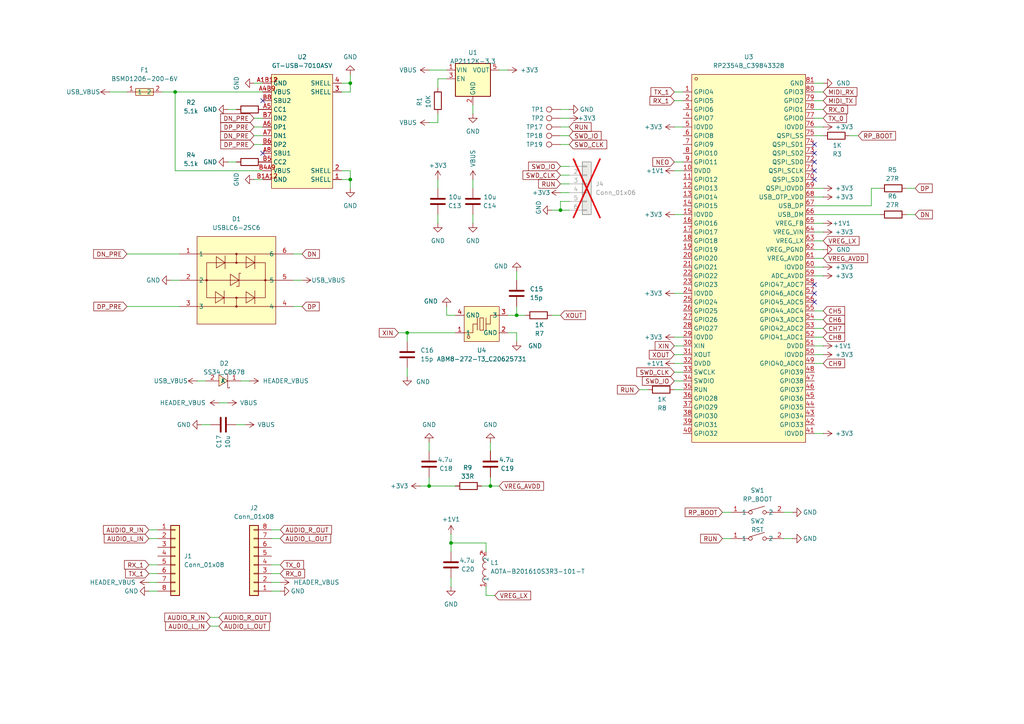
<source format=kicad_sch>
(kicad_sch (version 20250114) (generator "eeschema") (generator_version "9.0")
  (paper "A4")
  (junction (at 317.5 163.83))
  (junction (at 50.8 26.67))
  (junction (at 337.82 82.55))
  (junction (at 101.6 52.07))
  (junction (at 142.24 140.97))
  (junction (at 124.46 140.97))
  (junction (at 149.86 91.44))
  (junction (at 337.82 110.49))
  (junction (at 337.82 54.61))
  (junction (at 337.82 68.58))
  (junction (at 356.87 161.29))
  (junction (at 130.81 157.48))
  (junction (at 356.87 173.99))
  (junction (at 337.82 96.52))
  (junction (at 118.11 96.52))
  (junction (at 101.6 24.13))
  (junction (at 162.56 60.96))
  (no_connect (at 236.22 49.53))
  (no_connect (at 236.22 46.99))
  (no_connect (at 378.46 176.53))
  (no_connect (at 76.2 29.21))
  (no_connect (at 236.22 44.45))
  (no_connect (at 236.22 41.91))
  (no_connect (at 347.98 163.83))
  (no_connect (at 378.46 166.37))
  (no_connect (at 236.22 85.09))
  (no_connect (at 236.22 52.07))
  (no_connect (at 236.22 82.55))
  (no_connect (at 378.46 171.45))
  (no_connect (at 236.22 87.63))
  (no_connect (at 76.2 44.45))
  (no_connect (at 378.46 143.51))
  (wire (pts (xy 238.76 54.61) (xy 236.22 54.61)))
  (wire (pts (xy 317.5 163.83) (xy 317.5 161.29)))
  (wire (pts (xy 252.73 54.61) (xy 255.27 54.61)))
  (wire (pts (xy 124.46 20.32) (xy 129.54 20.32)))
  (wire (pts (xy 337.82 115.57) (xy 335.28 115.57)))
  (wire (pts (xy 356.87 161.29) (xy 356.87 162.56)))
  (wire (pts (xy 585.47 -40.64) (xy 585.47 -38.1)))
  (wire (pts (xy 236.22 39.37) (xy 238.76 39.37)))
  (wire (pts (xy 63.5 181.61) (xy 60.96 181.61)))
  (wire (pts (xy 185.42 113.03) (xy 187.96 113.03)))
  (wire (pts (xy 350.52 21.59) (xy 353.06 21.59)))
  (wire (pts (xy 118.11 99.06) (xy 118.11 96.52)))
  (wire (pts (xy 137.16 54.61) (xy 137.16 52.07)))
  (wire (pts (xy 353.06 24.13) (xy 344.17 24.13)))
  (wire (pts (xy 81.28 156.21) (xy 78.74 156.21)))
  (wire (pts (xy 337.82 78.74) (xy 337.82 82.55)))
  (wire (pts (xy 337.82 50.8) (xy 337.82 54.61)))
  (wire (pts (xy 115.57 96.52) (xy 118.11 96.52)))
  (wire (pts (xy 388.62 24.13) (xy 378.46 24.13)))
  (wire (pts (xy 101.6 24.13) (xy 101.6 21.59)))
  (wire (pts (xy 353.06 168.91) (xy 347.98 168.91)))
  (wire (pts (xy 314.96 176.53) (xy 314.96 168.91)))
  (wire (pts (xy 149.86 99.06) (xy 149.86 96.52)))
  (wire (pts (xy 551.18 26.67) (xy 551.18 29.21)))
  (wire (pts (xy 238.76 97.79) (xy 236.22 97.79)))
  (wire (pts (xy 137.16 64.77) (xy 137.16 62.23)))
  (wire (pts (xy 195.58 107.95) (xy 198.12 107.95)))
  (wire (pts (xy 162.56 48.26) (xy 165.1 48.26)))
  (wire (pts (xy 130.81 160.02) (xy 130.81 157.48)))
  (wire (pts (xy 411.48 24.13) (xy 408.94 24.13)))
  (wire (pts (xy 101.6 52.07) (xy 101.6 54.61)))
  (wire (pts (xy 195.58 110.49) (xy 198.12 110.49)))
  (wire (pts (xy 238.76 74.93) (xy 236.22 74.93)))
  (wire (pts (xy 314.96 163.83) (xy 317.5 163.83)))
  (wire (pts (xy 118.11 106.68) (xy 118.11 109.22)))
  (wire (pts (xy 127 35.56) (xy 127 33.02)))
  (wire (pts (xy 386.08 21.59) (xy 388.62 21.59)))
  (wire (pts (xy 320.04 173.99) (xy 322.58 173.99)))
  (wire (pts (xy 147.32 20.32) (xy 144.78 20.32)))
  (wire (pts (xy 238.76 69.85) (xy 236.22 69.85)))
  (wire (pts (xy 236.22 72.39) (xy 238.76 72.39)))
  (wire (pts (xy 81.28 166.37) (xy 78.74 166.37)))
  (wire (pts (xy 73.66 39.37) (xy 76.2 39.37)))
  (wire (pts (xy 238.76 64.77) (xy 236.22 64.77)))
  (wire (pts (xy 375.92 26.67) (xy 375.92 24.13)))
  (wire (pts (xy 127 64.77) (xy 127 62.23)))
  (wire (pts (xy 238.76 100.33) (xy 236.22 100.33)))
  (wire (pts (xy 227.33 156.21) (xy 229.87 156.21)))
  (wire (pts (xy 46.99 26.67) (xy 50.8 26.67)))
  (wire (pts (xy 99.06 49.53) (xy 101.6 49.53)))
  (wire (pts (xy 149.86 91.44) (xy 152.4 91.44)))
  (wire (pts (xy 81.28 163.83) (xy 78.74 163.83)))
  (wire (pts (xy 149.86 96.52) (xy 147.32 96.52)))
  (wire (pts (xy 236.22 67.31) (xy 238.76 67.31)))
  (wire (pts (xy 337.82 110.49) (xy 335.28 110.49)))
  (wire (pts (xy 378.46 168.91) (xy 373.38 168.91)))
  (wire (pts (xy 238.76 102.87) (xy 236.22 102.87)))
  (wire (pts (xy 562.61 -11.43) (xy 562.61 -8.89)))
  (wire (pts (xy 73.66 36.83) (xy 76.2 36.83)))
  (wire (pts (xy 129.54 88.9) (xy 129.54 91.44)))
  (wire (pts (xy 160.02 60.96) (xy 162.56 60.96)))
  (wire (pts (xy 195.58 29.21) (xy 198.12 29.21)))
  (wire (pts (xy 52.07 88.9) (xy 36.83 88.9)))
  (wire (pts (xy 195.58 62.23) (xy 198.12 62.23)))
  (wire (pts (xy 363.22 151.13) (xy 363.22 146.05)))
  (wire (pts (xy 265.43 54.61) (xy 262.89 54.61)))
  (wire (pts (xy 551.18 -30.48) (xy 551.18 -27.94)))
  (wire (pts (xy 574.04 -30.48) (xy 574.04 -27.94)))
  (wire (pts (xy 50.8 26.67) (xy 76.2 26.67)))
  (wire (pts (xy 378.46 173.99) (xy 368.3 173.99)))
  (wire (pts (xy 337.82 59.69) (xy 335.28 59.69)))
  (wire (pts (xy 574.04 -11.43) (xy 574.04 -8.89)))
  (wire (pts (xy 43.18 168.91) (xy 45.72 168.91)))
  (wire (pts (xy 337.82 106.68) (xy 337.82 110.49)))
  (wire (pts (xy 337.82 73.66) (xy 335.28 73.66)))
  (wire (pts (xy 341.63 26.67) (xy 341.63 24.13)))
  (wire (pts (xy 165.1 39.37) (xy 162.56 39.37)))
  (wire (pts (xy 375.92 151.13) (xy 375.92 148.59)))
  (wire (pts (xy 143.51 172.72) (xy 140.97 172.72)))
  (wire (pts (xy 236.22 24.13) (xy 238.76 24.13)))
  (wire (pts (xy 124.46 138.43) (xy 124.46 140.97)))
  (wire (pts (xy 248.92 39.37) (xy 246.38 39.37)))
  (wire (pts (xy 140.97 172.72) (xy 140.97 170.18)))
  (wire (pts (xy 140.97 157.48) (xy 140.97 160.02)))
  (wire (pts (xy 375.92 138.43) (xy 378.46 138.43)))
  (wire (pts (xy 375.92 148.59) (xy 378.46 148.59)))
  (wire (pts (xy 162.56 58.42) (xy 162.56 60.96)))
  (wire (pts (xy 195.58 36.83) (xy 198.12 36.83)))
  (wire (pts (xy 165.1 41.91) (xy 162.56 41.91)))
  (wire (pts (xy 142.24 140.97) (xy 144.78 140.97)))
  (wire (pts (xy 63.5 179.07) (xy 60.96 179.07)))
  (wire (pts (xy 551.18 -11.43) (xy 551.18 -8.89)))
  (wire (pts (xy 139.7 140.97) (xy 142.24 140.97)))
  (wire (pts (xy 373.38 168.91) (xy 373.38 161.29)))
  (wire (pts (xy 340.36 82.55) (xy 337.82 82.55)))
  (wire (pts (xy 340.36 110.49) (xy 337.82 110.49)))
  (wire (pts (xy 149.86 78.74) (xy 149.86 81.28)))
  (wire (pts (xy 147.32 91.44) (xy 149.86 91.44)))
  (wire (pts (xy 238.76 34.29) (xy 236.22 34.29)))
  (wire (pts (xy 337.82 92.71) (xy 337.82 96.52)))
  (wire (pts (xy 238.76 80.01) (xy 236.22 80.01)))
  (wire (pts (xy 350.52 92.71) (xy 347.98 92.71)))
  (wire (pts (xy 129.54 91.44) (xy 132.08 91.44)))
  (wire (pts (xy 195.58 102.87) (xy 198.12 102.87)))
  (wire (pts (xy 562.61 -1.27) (xy 562.61 1.27)))
  (wire (pts (xy 68.58 46.99) (xy 66.04 46.99)))
  (wire (pts (xy 52.07 73.66) (xy 36.83 73.66)))
  (wire (pts (xy 350.52 64.77) (xy 347.98 64.77)))
  (wire (pts (xy 57.15 110.49) (xy 59.69 110.49)))
  (wire (pts (xy 195.58 113.03) (xy 198.12 113.03)))
  (wire (pts (xy 124.46 35.56) (xy 127 35.56)))
  (wire (pts (xy 337.82 54.61) (xy 335.28 54.61)))
  (wire (pts (xy 340.36 92.71) (xy 337.82 92.71)))
  (wire (pts (xy 378.46 21.59) (xy 373.38 21.59)))
  (wire (pts (xy 71.12 123.19) (xy 68.58 123.19)))
  (wire (pts (xy 551.18 -40.64) (xy 551.18 -38.1)))
  (wire (pts (xy 195.58 26.67) (xy 198.12 26.67)))
  (wire (pts (xy 238.76 92.71) (xy 236.22 92.71)))
  (wire (pts (xy 87.63 73.66) (xy 85.09 73.66)))
  (wire (pts (xy 99.06 26.67) (xy 101.6 26.67)))
  (wire (pts (xy 43.18 166.37) (xy 45.72 166.37)))
  (wire (pts (xy 31.75 26.67) (xy 36.83 26.67)))
  (wire (pts (xy 340.36 106.68) (xy 337.82 106.68)))
  (wire (pts (xy 585.47 -30.48) (xy 585.47 -27.94)))
  (wire (pts (xy 337.82 85.09) (xy 335.28 85.09)))
  (wire (pts (xy 337.82 113.03) (xy 335.28 113.03)))
  (wire (pts (xy 238.76 29.21) (xy 236.22 29.21)))
  (wire (pts (xy 353.06 161.29) (xy 353.06 168.91)))
  (wire (pts (xy 195.58 46.99) (xy 198.12 46.99)))
  (wire (pts (xy 574.04 -1.27) (xy 574.04 1.27)))
  (wire (pts (xy 238.76 77.47) (xy 236.22 77.47)))
  (wire (pts (xy 236.22 59.69) (xy 252.73 59.69)))
  (wire (pts (xy 337.82 101.6) (xy 335.28 101.6)))
  (wire (pts (xy 162.56 50.8) (xy 165.1 50.8)))
  (wire (pts (xy 341.63 187.96) (xy 341.63 193.04)))
  (wire (pts (xy 356.87 172.72) (xy 356.87 173.99)))
  (wire (pts (xy 87.63 81.28) (xy 85.09 81.28)))
  (wire (pts (xy 76.2 52.07) (xy 73.66 52.07)))
  (wire (pts (xy 340.36 50.8) (xy 337.82 50.8)))
  (wire (pts (xy 337.82 96.52) (xy 335.28 96.52)))
  (wire (pts (xy 49.53 81.28) (xy 52.07 81.28)))
  (wire (pts (xy 162.56 31.75) (xy 165.1 31.75)))
  (wire (pts (xy 347.98 173.99) (xy 356.87 173.99)))
  (wire (pts (xy 356.87 173.99) (xy 360.68 173.99)))
  (wire (pts (xy 127 22.86) (xy 127 25.4)))
  (wire (pts (xy 81.28 168.91) (xy 78.74 168.91)))
  (wire (pts (xy 149.86 88.9) (xy 149.86 91.44)))
  (wire (pts (xy 337.82 99.06) (xy 335.28 99.06)))
  (wire (pts (xy 363.22 146.05) (xy 365.76 146.05)))
  (wire (pts (xy 330.2 190.5) (xy 330.2 193.04)))
  (wire (pts (xy 73.66 34.29) (xy 76.2 34.29)))
  (wire (pts (xy 238.76 105.41) (xy 236.22 105.41)))
  (wire (pts (xy 124.46 140.97) (xy 132.08 140.97)))
  (wire (pts (xy 316.23 21.59) (xy 318.77 21.59)))
  (wire (pts (xy 81.28 153.67) (xy 78.74 153.67)))
  (wire (pts (xy 341.63 200.66) (xy 341.63 203.2)))
  (wire (pts (xy 165.1 36.83) (xy 162.56 36.83)))
  (wire (pts (xy 195.58 49.53) (xy 198.12 49.53)))
  (wire (pts (xy 317.5 151.13) (xy 317.5 153.67)))
  (wire (pts (xy 195.58 85.09) (xy 198.12 85.09)))
  (wire (pts (xy 130.81 157.48) (xy 140.97 157.48)))
  (wire (pts (xy 344.17 21.59) (xy 339.09 21.59)))
  (wire (pts (xy 209.55 148.59) (xy 212.09 148.59)))
  (wire (pts (xy 127 54.61) (xy 127 52.07)))
  (wire (pts (xy 160.02 91.44) (xy 162.56 91.44)))
  (wire (pts (xy 341.63 24.13) (xy 339.09 24.13)))
  (wire (pts (xy 330.2 200.66) (xy 330.2 203.2)))
  (wire (pts (xy 373.38 140.97) (xy 378.46 140.97)))
  (wire (pts (xy 118.11 96.52) (xy 132.08 96.52)))
  (wire (pts (xy 101.6 26.67) (xy 101.6 24.13)))
  (wire (pts (xy 127 22.86) (xy 129.54 22.86)))
  (wire (pts (xy 378.46 24.13) (xy 378.46 21.59)))
  (wire (pts (xy 69.85 110.49) (xy 72.39 110.49)))
  (wire (pts (xy 551.18 16.51) (xy 551.18 19.05)))
  (wire (pts (xy 562.61 -30.48) (xy 562.61 -27.94)))
  (wire (pts (xy 130.81 154.94) (xy 130.81 157.48)))
  (wire (pts (xy 539.75 -11.43) (xy 539.75 -8.89)))
  (wire (pts (xy 375.92 24.13) (xy 373.38 24.13)))
  (wire (pts (xy 539.75 -30.48) (xy 539.75 -27.94)))
  (wire (pts (xy 60.96 123.19) (xy 58.42 123.19)))
  (wire (pts (xy 350.52 106.68) (xy 347.98 106.68)))
  (wire (pts (xy 209.55 156.21) (xy 212.09 156.21)))
  (wire (pts (xy 551.18 -1.27) (xy 551.18 1.27)))
  (wire (pts (xy 238.76 57.15) (xy 236.22 57.15)))
  (wire (pts (xy 238.76 36.83) (xy 236.22 36.83)))
  (wire (pts (xy 363.22 140.97) (xy 365.76 140.97)))
  (wire (pts (xy 252.73 59.69) (xy 252.73 54.61)))
  (wire (pts (xy 195.58 100.33) (xy 198.12 100.33)))
  (wire (pts (xy 165.1 34.29) (xy 162.56 34.29)))
  (wire (pts (xy 165.1 58.42) (xy 162.56 58.42)))
  (wire (pts (xy 539.75 26.67) (xy 539.75 29.21)))
  (wire (pts (xy 195.58 105.41) (xy 198.12 105.41)))
  (wire (pts (xy 81.28 171.45) (xy 78.74 171.45)))
  (wire (pts (xy 43.18 163.83) (xy 45.72 163.83)))
  (wire (pts (xy 238.76 125.73) (xy 236.22 125.73)))
  (wire (pts (xy 87.63 88.9) (xy 85.09 88.9)))
  (wire (pts (xy 162.56 60.96) (xy 165.1 60.96)))
  (wire (pts (xy 130.81 167.64) (xy 130.81 170.18)))
  (wire (pts (xy 43.18 156.21) (xy 45.72 156.21)))
  (wire (pts (xy 408.94 21.59) (xy 411.48 21.59)))
  (wire (pts (xy 562.61 26.67) (xy 562.61 29.21)))
  (wire (pts (xy 350.52 78.74) (xy 347.98 78.74)))
  (wire (pts (xy 121.92 140.97) (xy 124.46 140.97)))
  (wire (pts (xy 562.61 -40.64) (xy 562.61 -38.1)))
  (wire (pts (xy 137.16 33.02) (xy 137.16 30.48)))
  (wire (pts (xy 50.8 49.53) (xy 50.8 26.67)))
  (wire (pts (xy 350.52 50.8) (xy 347.98 50.8)))
  (wire (pts (xy 238.76 31.75) (xy 236.22 31.75)))
  (wire (pts (xy 320.04 176.53) (xy 320.04 173.99)))
  (wire (pts (xy 101.6 49.53) (xy 101.6 52.07)))
  (wire (pts (xy 539.75 -40.64) (xy 539.75 -38.1)))
  (wire (pts (xy 43.18 153.67) (xy 45.72 153.67)))
  (wire (pts (xy 340.36 96.52) (xy 337.82 96.52)))
  (wire (pts (xy 337.82 87.63) (xy 335.28 87.63)))
  (wire (pts (xy 238.76 90.17) (xy 236.22 90.17)))
  (wire (pts (xy 322.58 163.83) (xy 317.5 163.83)))
  (wire (pts (xy 43.18 171.45) (xy 45.72 171.45)))
  (wire (pts (xy 337.82 57.15) (xy 335.28 57.15)))
  (wire (pts (xy 574.04 -40.64) (xy 574.04 -38.1)))
  (wire (pts (xy 353.06 161.29) (xy 356.87 161.29)))
  (wire (pts (xy 356.87 161.29) (xy 373.38 161.29)))
  (wire (pts (xy 340.36 78.74) (xy 337.82 78.74)))
  (wire (pts (xy 195.58 97.79) (xy 198.12 97.79)))
  (wire (pts (xy 375.92 135.89) (xy 375.92 138.43)))
  (wire (pts (xy 99.06 24.13) (xy 101.6 24.13)))
  (wire (pts (xy 539.75 -1.27) (xy 539.75 1.27)))
  (wire (pts (xy 227.33 148.59) (xy 229.87 148.59)))
  (wire (pts (xy 373.38 146.05) (xy 378.46 146.05)))
  (wire (pts (xy 76.2 24.13) (xy 73.66 24.13)))
  (wire (pts (xy 340.36 68.58) (xy 337.82 68.58)))
  (wire (pts (xy 344.17 24.13) (xy 344.17 21.59)))
  (wire (pts (xy 162.56 55.88) (xy 165.1 55.88)))
  (wire (pts (xy 265.43 62.23) (xy 262.89 62.23)))
  (wire (pts (xy 314.96 168.91) (xy 322.58 168.91)))
  (wire (pts (xy 238.76 26.67) (xy 236.22 26.67)))
  (wire (pts (xy 562.61 16.51) (xy 562.61 19.05)))
  (wire (pts (xy 73.66 41.91) (xy 76.2 41.91)))
  (wire (pts (xy 76.2 49.53) (xy 50.8 49.53)))
  (wire (pts (xy 142.24 128.27) (xy 142.24 130.81)))
  (wire (pts (xy 411.48 26.67) (xy 411.48 24.13)))
  (wire (pts (xy 340.36 54.61) (xy 337.82 54.61)))
  (wire (pts (xy 142.24 138.43) (xy 142.24 140.97)))
  (wire (pts (xy 539.75 16.51) (xy 539.75 19.05)))
  (wire (pts (xy 337.82 64.77) (xy 337.82 68.58)))
  (wire (pts (xy 162.56 53.34) (xy 165.1 53.34)))
  (wire (pts (xy 236.22 62.23) (xy 255.27 62.23)))
  (wire (pts (xy 337.82 68.58) (xy 335.28 68.58)))
  (wire (pts (xy 337.82 82.55) (xy 335.28 82.55)))
  (wire (pts (xy 238.76 95.25) (xy 236.22 95.25)))
  (wire (pts (xy 340.36 64.77) (xy 337.82 64.77)))
  (wire (pts (xy 124.46 128.27) (xy 124.46 130.81)))
  (wire (pts (xy 99.06 52.07) (xy 101.6 52.07)))
  (wire (pts (xy 68.58 31.75) (xy 66.04 31.75)))
  (wire (pts (xy 63.5 116.84) (xy 66.04 116.84)))
  (wire (pts (xy 337.82 71.12) (xy 335.28 71.12)))
  (global_label "AUDIO_L_OUT" (shape input) (at 81.28 156.21 0) (property "Intersheetrefs" "${INTERSHEET_REFS}" (effects (hide yes))))
  (global_label "DP_PRE" (shape input) (at 73.66 41.91 180) (property "Intersheetrefs" "${INTERSHEET_REFS}" (effects (hide yes))))
  (global_label "XOUT" (shape input) (at 195.58 102.87 180) (property "Intersheetrefs" "${INTERSHEET_REFS}" (effects (hide yes))))
  (global_label "VREG_AVDD" (shape input) (at 238.76 74.93 0) (property "Intersheetrefs" "${INTERSHEET_REFS}" (effects (hide yes))))
  (global_label "CH8" (shape input) (at 238.76 97.79 0) (property "Intersheetrefs" "${INTERSHEET_REFS}" (effects (hide yes))))
  (global_label "DN_PRE" (shape input) (at 36.83 73.66 180) (property "Intersheetrefs" "${INTERSHEET_REFS}" (effects (hide yes))))
  (global_label "CH7" (shape input) (at 238.76 95.25 0) (property "Intersheetrefs" "${INTERSHEET_REFS}" (effects (hide yes))))
  (global_label "AUDIO_L_IN" (shape input) (at 43.18 156.21 180) (property "Intersheetrefs" "${INTERSHEET_REFS}" (effects (hide yes))))
  (global_label "RUN" (shape input) (at 209.55 156.21 180) (property "Intersheetrefs" "${INTERSHEET_REFS}" (effects (hide yes))))
  (global_label "RUN" (shape input) (at 165.1 36.83 0) (property "Intersheetrefs" "${INTERSHEET_REFS}" (effects (hide yes))))
  (global_label "DN" (shape input) (at 87.63 73.66 0) (property "Intersheetrefs" "${INTERSHEET_REFS}" (effects (hide yes))))
  (global_label "MIDI_RX" (shape input) (at 314.96 163.83 180) (property "Intersheetrefs" "${INTERSHEET_REFS}" (effects (hide yes))))
  (global_label "SWD_IO" (shape input) (at 165.1 39.37 0) (property "Intersheetrefs" "${INTERSHEET_REFS}" (effects (hide yes))))
  (global_label "XIN" (shape input) (at 195.58 100.33 180) (property "Intersheetrefs" "${INTERSHEET_REFS}" (effects (hide yes))))
  (global_label "VREG_LX" (shape input) (at 143.51 172.72 0) (property "Intersheetrefs" "${INTERSHEET_REFS}" (effects (hide yes))))
  (global_label "SWD_CLK" (shape input) (at 165.1 41.91 0) (property "Intersheetrefs" "${INTERSHEET_REFS}" (effects (hide yes))))
  (global_label "SWD_IO" (shape input) (at 162.56 48.26 180) (property "Intersheetrefs" "${INTERSHEET_REFS}" (effects (hide yes))))
  (global_label "CH8" (shape input) (at 340.36 54.61 0) (property "Intersheetrefs" "${INTERSHEET_REFS}" (effects (hide yes))))
  (global_label "XIN" (shape input) (at 115.57 96.52 180) (property "Intersheetrefs" "${INTERSHEET_REFS}" (effects (hide yes))))
  (global_label "NEO" (shape input) (at 195.58 46.99 180) (property "Intersheetrefs" "${INTERSHEET_REFS}" (effects (hide yes))))
  (global_label "CH5" (shape input) (at 238.76 90.17 0) (property "Intersheetrefs" "${INTERSHEET_REFS}" (effects (hide yes))))
  (global_label "TX_0" (shape input) (at 238.76 34.29 0) (property "Intersheetrefs" "${INTERSHEET_REFS}" (effects (hide yes))))
  (global_label "SWD_IO" (shape input) (at 195.58 110.49 180) (property "Intersheetrefs" "${INTERSHEET_REFS}" (effects (hide yes))))
  (global_label "RP_BOOT" (shape input) (at 248.92 39.37 0) (property "Intersheetrefs" "${INTERSHEET_REFS}" (effects (hide yes))))
  (global_label "SWD_CLK" (shape input) (at 195.58 107.95 180) (property "Intersheetrefs" "${INTERSHEET_REFS}" (effects (hide yes))))
  (global_label "MIDI_RX" (shape input) (at 238.76 26.67 0) (property "Intersheetrefs" "${INTERSHEET_REFS}" (effects (hide yes))))
  (global_label "TX_1" (shape input) (at 195.58 26.67 180) (property "Intersheetrefs" "${INTERSHEET_REFS}" (effects (hide yes))))
  (global_label "NEO" (shape input) (at 411.48 21.59 0) (property "Intersheetrefs" "${INTERSHEET_REFS}" (effects (hide yes))))
  (global_label "DN_PRE" (shape input) (at 73.66 39.37 180) (property "Intersheetrefs" "${INTERSHEET_REFS}" (effects (hide yes))))
  (global_label "VREG_AVDD" (shape input) (at 144.78 140.97 0) (property "Intersheetrefs" "${INTERSHEET_REFS}" (effects (hide yes))))
  (global_label "RX_1" (shape input) (at 43.18 163.83 180) (property "Intersheetrefs" "${INTERSHEET_REFS}" (effects (hide yes))))
  (global_label "CH5" (shape input) (at 340.36 96.52 0) (property "Intersheetrefs" "${INTERSHEET_REFS}" (effects (hide yes))))
  (global_label "CH6" (shape input) (at 340.36 68.58 0) (property "Intersheetrefs" "${INTERSHEET_REFS}" (effects (hide yes))))
  (global_label "AUDIO_L_OUT" (shape input) (at 63.5 181.61 0) (property "Intersheetrefs" "${INTERSHEET_REFS}" (effects (hide yes))))
  (global_label "RX_1" (shape input) (at 195.58 29.21 180) (property "Intersheetrefs" "${INTERSHEET_REFS}" (effects (hide yes))))
  (global_label "DP" (shape input) (at 265.43 54.61 0) (property "Intersheetrefs" "${INTERSHEET_REFS}" (effects (hide yes))))
  (global_label "RUN" (shape input) (at 162.56 53.34 180) (property "Intersheetrefs" "${INTERSHEET_REFS}" (effects (hide yes))))
  (global_label "DN_PRE" (shape input) (at 73.66 34.29 180) (property "Intersheetrefs" "${INTERSHEET_REFS}" (effects (hide yes))))
  (global_label "CH9" (shape input) (at 238.76 105.41 0) (property "Intersheetrefs" "${INTERSHEET_REFS}" (effects (hide yes))))
  (global_label "DN" (shape input) (at 265.43 62.23 0) (property "Intersheetrefs" "${INTERSHEET_REFS}" (effects (hide yes))))
  (global_label "CH6" (shape input) (at 238.76 92.71 0) (property "Intersheetrefs" "${INTERSHEET_REFS}" (effects (hide yes))))
  (global_label "CH9" (shape input) (at 340.36 110.49 0) (property "Intersheetrefs" "${INTERSHEET_REFS}" (effects (hide yes))))
  (global_label "AUDIO_R_IN" (shape input) (at 43.18 153.67 180) (property "Intersheetrefs" "${INTERSHEET_REFS}" (effects (hide yes))))
  (global_label "AUDIO_R_OUT" (shape input) (at 81.28 153.67 0) (property "Intersheetrefs" "${INTERSHEET_REFS}" (effects (hide yes))))
  (global_label "AUDIO_R_OUT" (shape input) (at 63.5 179.07 0) (property "Intersheetrefs" "${INTERSHEET_REFS}" (effects (hide yes))))
  (global_label "DP" (shape input) (at 87.63 88.9 0) (property "Intersheetrefs" "${INTERSHEET_REFS}" (effects (hide yes))))
  (global_label "RX_0" (shape input) (at 238.76 31.75 0) (property "Intersheetrefs" "${INTERSHEET_REFS}" (effects (hide yes))))
  (global_label "RX_0" (shape input) (at 81.28 166.37 0) (property "Intersheetrefs" "${INTERSHEET_REFS}" (effects (hide yes))))
  (global_label "CH7" (shape input) (at 340.36 82.55 0) (property "Intersheetrefs" "${INTERSHEET_REFS}" (effects (hide yes))))
  (global_label "AUDIO_L_IN" (shape input) (at 60.96 181.61 180) (property "Intersheetrefs" "${INTERSHEET_REFS}" (effects (hide yes))))
  (global_label "XOUT" (shape input) (at 162.56 91.44 0) (property "Intersheetrefs" "${INTERSHEET_REFS}" (effects (hide yes))))
  (global_label "MIDI_TX" (shape input) (at 363.22 140.97 180) (property "Intersheetrefs" "${INTERSHEET_REFS}" (effects (hide yes))))
  (global_label "AUDIO_R_IN" (shape input) (at 60.96 179.07 180) (property "Intersheetrefs" "${INTERSHEET_REFS}" (effects (hide yes))))
  (global_label "MIDI_TX" (shape input) (at 238.76 29.21 0) (property "Intersheetrefs" "${INTERSHEET_REFS}" (effects (hide yes))))
  (global_label "TX_1" (shape input) (at 43.18 166.37 180) (property "Intersheetrefs" "${INTERSHEET_REFS}" (effects (hide yes))))
  (global_label "VREG_LX" (shape input) (at 238.76 69.85 0) (property "Intersheetrefs" "${INTERSHEET_REFS}" (effects (hide yes))))
  (global_label "RUN" (shape input) (at 185.42 113.03 180) (property "Intersheetrefs" "${INTERSHEET_REFS}" (effects (hide yes))))
  (global_label "DP_PRE" (shape input) (at 73.66 36.83 180) (property "Intersheetrefs" "${INTERSHEET_REFS}" (effects (hide yes))))
  (global_label "RP_BOOT" (shape input) (at 209.55 148.59 180) (property "Intersheetrefs" "${INTERSHEET_REFS}" (effects (hide yes))))
  (global_label "DP_PRE" (shape input) (at 36.83 88.9 180) (property "Intersheetrefs" "${INTERSHEET_REFS}" (effects (hide yes))))
  (global_label "TX_0" (shape input) (at 81.28 163.83 0) (property "Intersheetrefs" "${INTERSHEET_REFS}" (effects (hide yes))))
  (global_label "SWD_CLK" (shape input) (at 162.56 50.8 180) (property "Intersheetrefs" "${INTERSHEET_REFS}" (effects (hide yes))))
  (symbol (lib_id "power:GND") (at 66.04 31.75 270) (mirror x) (unit 1)
    (property "Reference" "#PWR037" (effects (hide yes)))
    (property "Value" "GND" (at 60.96 31.75 90))
    (property "Description" "Power symbol creates a global label with name \"GND\" , ground" (effects (hide yes)))
  )
  (symbol (lib_id "Device:R") (at 127 29.21 0) (unit 1)
    (property "Reference" "R1" (at 121.666 29.464 90))
    (property "Value" "10K" (at 124.206 29.464 90))
    (property "Footprint" "Resistor_SMD:R_0402_1005Metric" (effects (hide yes)))
    (property "Description" "Resistor" (effects (hide yes)))
  )
  (symbol (lib_id "Regulator_Linear:AP2112K-3.3") (at 137.16 22.86 0) (unit 1)
    (property "Reference" "U1" (at 137.16 15.24 0))
    (property "Value" "AP2112K-3.3" (at 137.16 17.78 0))
    (property "Footprint" "Package_TO_SOT_SMD:SOT-23-5" (effects (hide yes)))
    (property "Datasheet" "https://www.diodes.com/assets/Datasheets/AP2112.pdf" (effects (hide yes)))
    (property "Description" "600mA low dropout linear regulator, with enable pin, 3.8V-6V input voltage range, 3.3V fixed positive output, SOT-23-5" (effects (hide yes)))
  )
  (symbol (lib_id "power:+3V3") (at 337.82 87.63 270) (unit 1)
    (property "Reference" "#PWR067" (effects (hide yes)))
    (property "Value" "+3V3" (at 341.63 87.6301 90) (effects (justify left)))
    (property "Description" "Power symbol creates a global label with name \"+3V3\"" (effects (hide yes)))
  )
  (symbol (lib_id "power:VCC") (at 238.76 36.83 270) (unit 1)
    (property "Reference" "#PWR041" (effects (hide yes)))
    (property "Value" "+3V3" (at 244.856 36.83 90))
    (property "Description" "Power symbol creates a global label with name \"VCC\"" (effects (hide yes)))
  )
  (symbol (lib_id "power:GND") (at 341.63 26.67 0) (mirror y) (unit 1)
    (property "Reference" "#PWR031" (effects (hide yes)))
    (property "Value" "GND" (at 341.63 31.75 0))
    (property "Description" "Power symbol creates a global label with name \"GND\" , ground" (effects (hide yes)))
  )
  (symbol (lib_id "Connector_Generic:Conn_01x08") (at 73.66 163.83 180) (unit 1)
    (property "Reference" "J2" (at 73.66 147.32 0))
    (property "Value" "Conn_01x08" (at 73.66 149.86 0))
    (property "Footprint" "easyeda2kicad:HDR-SMD_8P-P2.54-H-F-L11.5" (effects (hide yes)))
    (property "Description" "Generic connector, single row, 01x08, script generated (kicad-library-utils/schlib/autogen/connector/)" (effects (hide yes)))
  )
  (symbol (lib_id "power:VBUS") (at 137.16 52.07 0) (unit 1)
    (property "Reference" "#PWR046" (effects (hide yes)))
    (property "Value" "VBUS" (at 137.16 45.974 90))
    (property "Description" "Power symbol creates a global label with name \"VBUS\"" (effects (hide yes)))
  )
  (symbol (lib_id "power:GND") (at 337.82 113.03 90) (unit 1)
    (property "Reference" "#PWR079" (effects (hide yes)))
    (property "Value" "GND" (at 341.63 113.0301 90) (effects (justify right)))
    (property "Description" "Power symbol creates a global label with name \"GND\" , ground" (effects (hide yes)))
  )
  (symbol (lib_id "power:VCC") (at 238.76 54.61 270) (unit 1)
    (property "Reference" "#PWR048" (effects (hide yes)))
    (property "Value" "+3V3" (at 244.856 54.61 90))
    (property "Description" "Power symbol creates a global label with name \"VCC\"" (effects (hide yes)))
  )
  (symbol (lib_id "power:VBUS") (at 43.18 168.91 90) (unit 1)
    (property "Reference" "#PWR096" (effects (hide yes)))
    (property "Value" "HEADER_VBUS" (at 39.37 168.9099 90) (effects (justify left)))
    (property "Description" "Power symbol creates a global label with name \"VBUS\"" (effects (hide yes)))
  )
  (symbol (lib_id "power:VCC") (at 386.08 21.59 90) (unit 1)
    (property "Reference" "#PWR027" (effects (hide yes)))
    (property "Value" "+3V3" (at 382.524 21.59 90) (effects (justify left)))
    (property "Description" "Power symbol creates a global label with name \"VCC\"" (effects (hide yes)))
  )
  (symbol (lib_id "Device:C") (at 130.81 163.83 0) (unit 1)
    (property "Reference" "C20" (at 137.668 165.1 0) (effects (justify right)))
    (property "Value" "4.7u" (at 137.668 162.56 0) (effects (justify right)))
    (property "Footprint" "Capacitor_SMD:C_0603_1608Metric" (effects (hide yes)))
    (property "Description" "Unpolarized capacitor" (effects (hide yes)))
  )
  (symbol (lib_id "power:GND") (at 49.53 81.28 270) (mirror x) (unit 1)
    (property "Reference" "#PWR063" (effects (hide yes)))
    (property "Value" "GND" (at 44.45 81.28 90))
    (property "Description" "Power symbol creates a global label with name \"GND\" , ground" (effects (hide yes)))
  )
  (symbol (lib_id "Connector:TestPoint") (at 162.56 39.37 90) (unit 1)
    (property "Reference" "TP18" (at 157.48 39.37 90) (effects (justify left)))
    (property "Value" "TestPoint" (effects (hide yes)))
    (property "Footprint" "TestPoint:TestPoint_Pad_D2.5mm" (effects (hide yes)))
    (property "Description" "test point" (effects (hide yes)))
  )
  (symbol (lib_id "power:VBUS") (at 124.46 20.32 90) (unit 1)
    (property "Reference" "#PWR022" (effects (hide yes)))
    (property "Value" "VBUS" (at 118.364 20.32 90))
    (property "Description" "Power symbol creates a global label with name \"VBUS\"" (effects (hide yes)))
  )
  (symbol (lib_id "power:VCC") (at 574.04 -40.64 0) (unit 1)
    (property "Reference" "#PWR04" (effects (hide yes)))
    (property "Value" "+3V3" (at 574.04 -44.196 90) (effects (justify left)))
    (property "Description" "Power symbol creates a global label with name \"VCC\"" (effects (hide yes)))
  )
  (symbol (lib_id "power:VCC") (at 195.58 105.41 90) (unit 1)
    (property "Reference" "#PWR075" (effects (hide yes)))
    (property "Value" "+1V1" (at 189.992 105.41 90))
    (property "Description" "Power symbol creates a global label with name \"VCC\"" (effects (hide yes)))
  )
  (symbol (lib_id "power:GND") (at 350.52 50.8 90) (unit 1)
    (property "Reference" "#PWR0107" (effects (hide yes)))
    (property "Value" "GND" (at 354.33 50.8001 90) (effects (justify right)))
    (property "Description" "Power symbol creates a global label with name \"GND\" , ground" (effects (hide yes)))
  )
  (symbol (lib_id "power:GND") (at 539.75 29.21 0) (mirror y) (unit 1)
    (property "Reference" "#PWR034" (effects (hide yes)))
    (property "Value" "GND" (at 539.75 34.29 0))
    (property "Description" "Power symbol creates a global label with name \"GND\" , ground" (effects (hide yes)))
  )
  (symbol (lib_id "Device:R") (at 344.17 50.8 270) (unit 1)
    (property "Reference" "R14" (at 335.534 48.514 90))
    (property "Value" "10K" (at 335.534 51.054 90))
    (property "Footprint" "Resistor_SMD:R_0402_1005Metric" (effects (hide yes)))
    (property "Description" "Resistor" (effects (hide yes)))
  )
  (symbol (lib_id "power:GND") (at 73.66 52.07 270) (mirror x) (unit 1)
    (property "Reference" "#PWR044" (effects (hide yes)))
    (property "Value" "GND" (at 68.58 52.07 0))
    (property "Description" "Power symbol creates a global label with name \"GND\" , ground" (effects (hide yes)))
  )
  (symbol (lib_id "power:GND") (at 562.61 -27.94 0) (mirror y) (unit 1)
    (property "Reference" "#PWR08" (effects (hide yes)))
    (property "Value" "GND" (at 562.61 -22.86 0))
    (property "Description" "Power symbol creates a global label with name \"GND\" , ground" (effects (hide yes)))
  )
  (symbol (lib_id "Connector_Generic:Conn_01x08") (at 50.8 161.29 0) (unit 1)
    (property "Reference" "J1" (at 53.34 161.2899 0) (effects (justify left)))
    (property "Value" "Conn_01x08" (at 53.34 163.8299 0) (effects (justify left)))
    (property "Footprint" "easyeda2kicad:HDR-SMD_8P-P2.54-H-F-L11.5" (effects (hide yes)))
    (property "Description" "Generic connector, single row, 01x08, script generated (kicad-library-utils/schlib/autogen/connector/)" (effects (hide yes)))
  )
  (symbol (lib_id "easyeda2kicad:SK6812MINI-E_C5149201") (at 398.78 22.86 0) (unit 1)
    (property "Reference" "LED3" (at 398.78 13.97 0))
    (property "Value" "SK6812MINI-E_C5149201" (at 398.78 16.51 0))
    (property "Footprint" "easyeda2kicad:LED-SMD_L3.2-W2.8-LS5.9_SK6812MINI-E" (effects (hide yes)))
    (property "LCSC Part" "C5149201" (effects (hide yes)))
  )
  (symbol (lib_id "easyeda2kicad:SK6812MINI-E_C5149201") (at 328.93 22.86 0) (unit 1)
    (property "Reference" "LED1" (at 328.93 13.97 0))
    (property "Value" "SK6812MINI-E_C5149201" (at 328.93 16.51 0))
    (property "Footprint" "easyeda2kicad:LED-SMD_L3.2-W2.8-LS5.9_SK6812MINI-E" (effects (hide yes)))
    (property "LCSC Part" "C5149201" (effects (hide yes)))
  )
  (symbol (lib_id "Device:C") (at 137.16 58.42 0) (unit 1)
    (property "Reference" "C14" (at 144.018 59.69 0) (effects (justify right)))
    (property "Value" "10u" (at 144.018 57.15 0) (effects (justify right)))
    (property "Footprint" "Capacitor_SMD:C_0402_1005Metric" (effects (hide yes)))
    (property "Description" "Unpolarized capacitor" (effects (hide yes)))
  )
  (symbol (lib_id "power:VCC") (at 539.75 -11.43 0) (unit 1)
    (property "Reference" "#PWR011" (effects (hide yes)))
    (property "Value" "+3V3" (at 539.75 -14.986 90) (effects (justify left)))
    (property "Description" "Power symbol creates a global label with name \"VCC\"" (effects (hide yes)))
  )
  (symbol (lib_id "Device:R") (at 72.39 31.75 90) (unit 1)
    (property "Reference" "R2" (at 55.372 29.718 90))
    (property "Value" "5.1k" (at 55.372 32.258 90))
    (property "Footprint" "Resistor_SMD:R_0402_1005Metric" (effects (hide yes)))
    (property "Description" "Resistor" (effects (hide yes)))
  )
  (symbol (lib_id "power:GND") (at 341.63 203.2 0) (mirror y) (unit 1)
    (property "Reference" "#PWR0106" (effects (hide yes)))
    (property "Value" "GND" (at 341.63 208.28 0))
    (property "Description" "Power symbol creates a global label with name \"GND\" , ground" (effects (hide yes)))
  )
  (symbol (lib_id "power:VBUS") (at 57.15 110.49 90) (unit 1)
    (property "Reference" "#PWR077" (effects (hide yes)))
    (property "Value" "USB_VBUS" (at 49.53 110.49 90))
    (property "Description" "Power symbol creates a global label with name \"VBUS\"" (effects (hide yes)))
  )
  (symbol (lib_id "power:VBUS") (at 63.5 116.84 90) (unit 1)
    (property "Reference" "#PWR081" (effects (hide yes)))
    (property "Value" "HEADER_VBUS" (at 59.69 116.8399 90) (effects (justify left)))
    (property "Description" "Power symbol creates a global label with name \"VBUS\"" (effects (hide yes)))
  )
  (symbol (lib_id "power:GND") (at 375.92 151.13 0) (mirror y) (unit 1)
    (property "Reference" "#PWR093" (effects (hide yes)))
    (property "Value" "GND" (at 375.92 156.21 0))
    (property "Description" "Power symbol creates a global label with name \"GND\" , ground" (effects (hide yes)))
  )
  (symbol (lib_id "power:GND") (at 160.02 60.96 270) (mirror x) (unit 1)
    (property "Reference" "#PWR0138" (effects (hide yes)))
    (property "Value" "GND" (at 156.21 60.198 0))
    (property "Description" "Power symbol creates a global label with name \"GND\" , ground" (effects (hide yes)))
  )
  (symbol (lib_id "easyeda2kicad:PJ-327A5JJ") (at 383.54 143.51 180) (unit 1)
    (property "Reference" "CN1" (at 391.16 142.2399 0) (effects (justify right)))
    (property "Value" "MIDI OUT" (at 391.16 144.7799 0) (effects (justify right)))
    (property "Footprint" "easyeda2kicad:AUDIO-SMD_PJ-327A5JJ" (effects (hide yes)))
    (property "Datasheet" "https://lcsc.com/product-detail/Audio-Video-Connectors_SHOU-HAN-PJ-327A-5JJ_C668605.html" (effects (hide yes)))
    (property "LCSC Part" "C668605" (effects (hide yes)))
  )
  (symbol (lib_id "power:+3V3") (at 320.04 176.53 0) (mirror x) (unit 1)
    (property "Reference" "#PWR0102" (effects (hide yes)))
    (property "Value" "+3V3" (at 320.04 181.61 0))
    (property "Description" "Power symbol creates a global label with name \"+3V3\"" (effects (hide yes)))
  )
  (symbol (lib_id "Device:R") (at 369.57 146.05 90) (unit 1)
    (property "Reference" "R11" (at 369.316 148.336 90))
    (property "Value" "33" (at 369.316 150.876 90))
    (property "Footprint" "Resistor_SMD:R_0402_1005Metric" (effects (hide yes)))
    (property "Description" "Resistor" (effects (hide yes)))
  )
  (symbol (lib_id "Device:R") (at 364.49 173.99 90) (unit 1)
    (property "Reference" "R13" (at 364.236 176.276 90))
    (property "Value" "470" (at 364.236 178.816 90))
    (property "Footprint" "Resistor_SMD:R_0402_1005Metric" (effects (hide yes)))
    (property "Description" "Resistor" (effects (hide yes)))
  )
  (symbol (lib_id "Device:R") (at 317.5 157.48 180) (unit 1)
    (property "Reference" "R12" (at 321.056 155.956 0))
    (property "Value" "470" (at 321.056 158.496 0))
    (property "Footprint" "Resistor_SMD:R_0402_1005Metric" (effects (hide yes)))
    (property "Description" "Resistor" (effects (hide yes)))
  )
  (symbol (lib_id "power:GND") (at 562.61 29.21 0) (unit 1)
    (property "Reference" "#PWR036" (effects (hide yes)))
    (property "Value" "GND" (at 562.61 34.29 0))
    (property "Description" "Power symbol creates a global label with name \"GND\" , ground" (effects (hide yes)))
  )
  (symbol (lib_id "Device:C") (at 127 58.42 0) (unit 1)
    (property "Reference" "C13" (at 133.858 59.69 0) (effects (justify right)))
    (property "Value" "10u" (at 133.858 57.15 0) (effects (justify right)))
    (property "Footprint" "Capacitor_SMD:C_0402_1005Metric" (effects (hide yes)))
    (property "Description" "Unpolarized capacitor" (effects (hide yes)))
  )
  (symbol (lib_id "power:VCC") (at 238.76 77.47 270) (unit 1)
    (property "Reference" "#PWR060" (effects (hide yes)))
    (property "Value" "+3V3" (at 244.856 77.47 90))
    (property "Description" "Power symbol creates a global label with name \"VCC\"" (effects (hide yes)))
  )
  (symbol (lib_id "Device:C") (at 124.46 134.62 0) (unit 1)
    (property "Reference" "C18" (at 131.318 135.89 0) (effects (justify right)))
    (property "Value" "4.7u" (at 131.318 133.35 0) (effects (justify right)))
    (property "Footprint" "Capacitor_SMD:C_0603_1608Metric" (effects (hide yes)))
    (property "Description" "Unpolarized capacitor" (effects (hide yes)))
  )
  (symbol (lib_id "power:GND") (at 337.82 71.12 90) (unit 1)
    (property "Reference" "#PWR057" (effects (hide yes)))
    (property "Value" "GND" (at 341.63 71.1201 90) (effects (justify right)))
    (property "Description" "Power symbol creates a global label with name \"GND\" , ground" (effects (hide yes)))
  )
  (symbol (lib_id "Device:R") (at 156.21 91.44 90) (unit 1)
    (property "Reference" "R7" (at 156.464 96.774 90))
    (property "Value" "1K" (at 156.464 94.234 90))
    (property "Footprint" "Resistor_SMD:R_0402_1005Metric" (effects (hide yes)))
    (property "Description" "Resistor" (effects (hide yes)))
  )
  (symbol (lib_id "power:GND") (at 337.82 99.06 90) (unit 1)
    (property "Reference" "#PWR071" (effects (hide yes)))
    (property "Value" "GND" (at 341.63 99.0601 90) (effects (justify right)))
    (property "Description" "Power symbol creates a global label with name \"GND\" , ground" (effects (hide yes)))
  )
  (symbol (lib_id "Device:C") (at 341.63 196.85 0) (unit 1)
    (property "Reference" "C22" (at 348.488 198.12 0) (effects (justify right)))
    (property "Value" "10u" (at 348.488 195.58 0) (effects (justify right)))
    (property "Footprint" "Capacitor_SMD:C_0402_1005Metric" (effects (hide yes)))
    (property "Description" "Unpolarized capacitor" (effects (hide yes)))
  )
  (symbol (lib_id "power:VCC") (at 127 52.07 0) (unit 1)
    (property "Reference" "#PWR045" (effects (hide yes)))
    (property "Value" "+3V3" (at 127 48.006 0))
    (property "Description" "Power symbol creates a global label with name \"VCC\"" (effects (hide yes)))
  )
  (symbol (lib_id "easyeda2kicad:PJ-327A5JJ") (at 383.54 171.45 180) (unit 1)
    (property "Reference" "CN2" (at 391.16 170.1799 0) (effects (justify right)))
    (property "Value" "MIDI IN" (at 391.16 172.7199 0) (effects (justify right)))
    (property "Footprint" "easyeda2kicad:AUDIO-SMD_PJ-327A5JJ" (effects (hide yes)))
    (property "Datasheet" "https://lcsc.com/product-detail/Audio-Video-Connectors_SHOU-HAN-PJ-327A-5JJ_C668605.html" (effects (hide yes)))
    (property "LCSC Part" "C668605" (effects (hide yes)))
  )
  (symbol (lib_id "Device:R") (at 344.17 106.68 270) (unit 1)
    (property "Reference" "R18" (at 335.534 104.394 90))
    (property "Value" "10K" (at 335.534 106.934 90))
    (property "Footprint" "Resistor_SMD:R_0402_1005Metric" (effects (hide yes)))
    (property "Description" "Resistor" (effects (hide yes)))
  )
  (symbol (lib_id "Device:R") (at 191.77 113.03 90) (unit 1)
    (property "Reference" "R8" (at 192.024 118.364 90))
    (property "Value" "1K" (at 192.024 115.824 90))
    (property "Footprint" "Resistor_SMD:R_0402_1005Metric" (effects (hide yes)))
    (property "Description" "Resistor" (effects (hide yes)))
  )
  (symbol (lib_id "easyeda2kicad:SLSS49E-3") (at 327.66 71.12 180) (unit 1)
    (property "Reference" "H2" (at 321.31 72.3901 0) (effects (justify left)))
    (property "Value" "SLSS49E-3" (at 321.31 69.8501 0) (effects (justify left)))
    (property "Footprint" "easyeda2kicad:SOT-23-3_L2.9-W1.6-P1.90-LS2.8-BR-CW" (effects (hide yes)))
    (property "LCSC Part" "C2904393" (effects (hide yes)))
  )
  (symbol (lib_id "power:GND") (at 238.76 72.39 90) (unit 1)
    (property "Reference" "#PWR058" (effects (hide yes)))
    (property "Value" "GND" (at 242.57 72.3901 90) (effects (justify right)))
    (property "Description" "Power symbol creates a global label with name \"GND\" , ground" (effects (hide yes)))
  )
  (symbol (lib_id "power:GND") (at 330.2 203.2 0) (mirror y) (unit 1)
    (property "Reference" "#PWR0105" (effects (hide yes)))
    (property "Value" "GND" (at 330.2 208.28 0))
    (property "Description" "Power symbol creates a global label with name \"GND\" , ground" (effects (hide yes)))
  )
  (symbol (lib_id "power:GND") (at 58.42 123.19 270) (mirror x) (unit 1)
    (property "Reference" "#PWR083" (effects (hide yes)))
    (property "Value" "GND" (at 53.34 123.19 90))
    (property "Description" "Power symbol creates a global label with name \"GND\" , ground" (effects (hide yes)))
  )
  (symbol (lib_id "Device:C") (at 562.61 -34.29 180) (unit 1)
    (property "Reference" "C3" (at 566.42 -35.5601 0) (effects (justify right)))
    (property "Value" "100n" (at 566.42 -33.0201 0) (effects (justify right)))
    (property "Footprint" "Capacitor_SMD:C_0402_1005Metric" (effects (hide yes)))
    (property "Description" "Unpolarized capacitor" (effects (hide yes)))
  )
  (symbol (lib_id "power:GND") (at 314.96 176.53 0) (mirror y) (unit 1)
    (property "Reference" "#PWR0101" (effects (hide yes)))
    (property "Value" "GND" (at 314.96 181.61 0))
    (property "Description" "Power symbol creates a global label with name \"GND\" , ground" (effects (hide yes)))
  )
  (symbol (lib_id "power:GND") (at 66.04 46.99 270) (mirror x) (unit 1)
    (property "Reference" "#PWR042" (effects (hide yes)))
    (property "Value" "GND" (at 60.96 46.99 90))
    (property "Description" "Power symbol creates a global label with name \"GND\" , ground" (effects (hide yes)))
  )
  (symbol (lib_id "Connector:TestPoint") (at 162.56 34.29 90) (unit 1)
    (property "Reference" "TP2" (at 155.956 34.29 90))
    (property "Value" "TestPoint" (effects (hide yes)))
    (property "Footprint" "TestPoint:TestPoint_Pad_D2.5mm" (effects (hide yes)))
    (property "Description" "test point" (effects (hide yes)))
  )
  (symbol (lib_id "power:GND") (at 130.81 170.18 0) (unit 1)
    (property "Reference" "#PWR098" (effects (hide yes)))
    (property "Value" "GND" (at 130.81 175.26 0))
    (property "Description" "Power symbol creates a global label with name \"GND\" , ground" (effects (hide yes)))
  )
  (symbol (lib_id "power:VBUS") (at 87.63 81.28 270) (unit 1)
    (property "Reference" "#PWR064" (effects (hide yes)))
    (property "Value" "USB_VBUS" (at 95.25 81.28 90))
    (property "Description" "Power symbol creates a global label with name \"VBUS\"" (effects (hide yes)))
  )
  (symbol (lib_id "easyeda2kicad:TS-1088-AR02016") (at 219.71 156.21 0) (unit 1)
    (property "Reference" "SW2" (at 219.71 151.13 0))
    (property "Value" "RST" (at 219.71 153.67 0))
    (property "Footprint" "easyeda2kicad:SW-SMD_L3.9-W3.0-P4.45" (effects (hide yes)))
    (property "Datasheet" "https://lcsc.com/product-detail/Tactile-Switches_XUNPU-TS-1088-AR02016_C720477.html" (effects (hide yes)))
    (property "LCSC Part" "C720477" (effects (hide yes)))
  )
  (symbol (lib_id "power:VCC") (at 195.58 36.83 90) (unit 1)
    (property "Reference" "#PWR040" (effects (hide yes)))
    (property "Value" "+3V3" (at 189.484 36.83 90))
    (property "Description" "Power symbol creates a global label with name \"VCC\"" (effects (hide yes)))
  )
  (symbol (lib_id "Device:R") (at 259.08 54.61 270) (unit 1)
    (property "Reference" "R5" (at 258.826 49.276 90))
    (property "Value" "27R" (at 258.826 51.816 90))
    (property "Footprint" "Resistor_SMD:R_0402_1005Metric" (effects (hide yes)))
    (property "Description" "Resistor" (effects (hide yes)))
  )
  (symbol (lib_id "power:VBUS") (at 31.75 26.67 90) (unit 1)
    (property "Reference" "#PWR030" (effects (hide yes)))
    (property "Value" "USB_VBUS" (at 24.13 26.67 90))
    (property "Description" "Power symbol creates a global label with name \"VBUS\"" (effects (hide yes)))
  )
  (symbol (lib_id "power:VBUS") (at 81.28 168.91 270) (unit 1)
    (property "Reference" "#PWR097" (effects (hide yes)))
    (property "Value" "HEADER_VBUS" (at 85.09 168.9099 90) (effects (justify left)))
    (property "Description" "Power symbol creates a global label with name \"VBUS\"" (effects (hide yes)))
  )
  (symbol (lib_id "power:VBUS") (at 72.39 110.49 270) (unit 1)
    (property "Reference" "#PWR078" (effects (hide yes)))
    (property "Value" "HEADER_VBUS" (at 76.2 110.4899 90) (effects (justify left)))
    (property "Description" "Power symbol creates a global label with name \"VBUS\"" (effects (hide yes)))
  )
  (symbol (lib_id "Device:C") (at 539.75 -5.08 180) (unit 1)
    (property "Reference" "C6" (at 543.56 -6.3501 0) (effects (justify right)))
    (property "Value" "100n" (at 543.56 -3.8101 0) (effects (justify right)))
    (property "Footprint" "Capacitor_SMD:C_0402_1005Metric" (effects (hide yes)))
    (property "Description" "Unpolarized capacitor" (effects (hide yes)))
  )
  (symbol (lib_id "Device:C") (at 551.18 -34.29 180) (unit 1)
    (property "Reference" "C2" (at 554.99 -35.5601 0) (effects (justify right)))
    (property "Value" "100n" (at 554.99 -33.0201 0) (effects (justify right)))
    (property "Footprint" "Capacitor_SMD:C_0402_1005Metric" (effects (hide yes)))
    (property "Description" "Unpolarized capacitor" (effects (hide yes)))
  )
  (symbol (lib_id "power:+3V3") (at 337.82 73.66 270) (unit 1)
    (property "Reference" "#PWR059" (effects (hide yes)))
    (property "Value" "+3V3" (at 341.63 73.6601 90) (effects (justify left)))
    (property "Description" "Power symbol creates a global label with name \"+3V3\"" (effects (hide yes)))
  )
  (symbol (lib_id "Device:C") (at 149.86 85.09 180) (unit 1)
    (property "Reference" "C15" (at 153.67 83.8199 0) (effects (justify right)))
    (property "Value" "15p" (at 153.67 86.3599 0) (effects (justify right)))
    (property "Footprint" "Capacitor_SMD:C_0402_1005Metric" (effects (hide yes)))
    (property "Description" "Unpolarized capacitor" (effects (hide yes)))
  )
  (symbol (lib_id "power:GND") (at 574.04 -27.94 0) (mirror y) (unit 1)
    (property "Reference" "#PWR09" (effects (hide yes)))
    (property "Value" "GND" (at 574.04 -22.86 0))
    (property "Description" "Power symbol creates a global label with name \"GND\" , ground" (effects (hide yes)))
  )
  (symbol (lib_id "easyeda2kicad:TS-1088-AR02016") (at 219.71 148.59 0) (unit 1)
    (property "Reference" "SW1" (at 219.71 142.24 0))
    (property "Value" "RP_BOOT" (at 219.71 144.78 0))
    (property "Footprint" "easyeda2kicad:SW-SMD_L3.9-W3.0-P4.45" (effects (hide yes)))
    (property "Datasheet" "https://lcsc.com/product-detail/Tactile-Switches_XUNPU-TS-1088-AR02016_C720477.html" (effects (hide yes)))
    (property "LCSC Part" "C720477" (effects (hide yes)))
  )
  (symbol (lib_id "power:VCC") (at 316.23 21.59 90) (unit 1)
    (property "Reference" "#PWR025" (effects (hide yes)))
    (property "Value" "+3V3" (at 312.674 21.59 90) (effects (justify left)))
    (property "Description" "Power symbol creates a global label with name \"VCC\"" (effects (hide yes)))
  )
  (symbol (lib_id "power:VCC") (at 195.58 62.23 90) (unit 1)
    (property "Reference" "#PWR052" (effects (hide yes)))
    (property "Value" "+3V3" (at 189.484 62.23 90))
    (property "Description" "Power symbol creates a global label with name \"VCC\"" (effects (hide yes)))
  )
  (symbol (lib_id "easyeda2kicad:RP2354B_C39843328") (at 217.17 74.93 0) (unit 1)
    (property "Reference" "U3" (at 217.17 16.51 0))
    (property "Value" "RP2354B_C39843328" (at 217.17 19.05 0))
    (property "Footprint" "easyeda2kicad:QFN-80_L10.0-W10.0-P0.40-TL-EP3.4" (effects (hide yes)))
    (property "LCSC Part" "C39843328" (effects (hide yes)))
  )
  (symbol (lib_id "power:VCC") (at 195.58 97.79 90) (unit 1)
    (property "Reference" "#PWR069" (effects (hide yes)))
    (property "Value" "+3V3" (at 189.484 97.79 90))
    (property "Description" "Power symbol creates a global label with name \"VCC\"" (effects (hide yes)))
  )
  (symbol (lib_id "power:VCC") (at 195.58 49.53 90) (unit 1)
    (property "Reference" "#PWR043" (effects (hide yes)))
    (property "Value" "+1V1" (at 189.992 49.53 90))
    (property "Description" "Power symbol creates a global label with name \"VCC\"" (effects (hide yes)))
  )
  (symbol (lib_id "power:GND") (at 350.52 78.74 90) (unit 1)
    (property "Reference" "#PWR0109" (effects (hide yes)))
    (property "Value" "GND" (at 354.33 78.7401 90) (effects (justify right)))
    (property "Description" "Power symbol creates a global label with name \"GND\" , ground" (effects (hide yes)))
  )
  (symbol (lib_id "power:GND") (at 81.28 171.45 90) (mirror x) (unit 1)
    (property "Reference" "#PWR0100" (effects (hide yes)))
    (property "Value" "GND" (at 86.36 171.45 90))
    (property "Description" "Power symbol creates a global label with name \"GND\" , ground" (effects (hide yes)))
  )
  (symbol (lib_id "power:GND") (at 165.1 31.75 90) (mirror x) (unit 1)
    (property "Reference" "#PWR0155" (effects (hide yes)))
    (property "Value" "GND" (at 170.18 31.75 90))
    (property "Description" "Power symbol creates a global label with name \"GND\" , ground" (effects (hide yes)))
  )
  (symbol (lib_id "power:+3V3") (at 337.82 101.6 270) (unit 1)
    (property "Reference" "#PWR073" (effects (hide yes)))
    (property "Value" "+3V3" (at 341.63 101.6001 90) (effects (justify left)))
    (property "Description" "Power symbol creates a global label with name \"+3V3\"" (effects (hide yes)))
  )
  (symbol (lib_id "Device:C") (at 539.75 -34.29 180) (unit 1)
    (property "Reference" "C1" (at 543.56 -35.5601 0) (effects (justify right)))
    (property "Value" "100n" (at 543.56 -33.0201 0) (effects (justify right)))
    (property "Footprint" "Capacitor_SMD:C_0402_1005Metric" (effects (hide yes)))
    (property "Description" "Unpolarized capacitor" (effects (hide yes)))
  )
  (symbol (lib_id "power:VCC") (at 350.52 21.59 90) (unit 1)
    (property "Reference" "#PWR026" (effects (hide yes)))
    (property "Value" "+3V3" (at 346.964 21.59 90) (effects (justify left)))
    (property "Description" "Power symbol creates a global label with name \"VCC\"" (effects (hide yes)))
  )
  (symbol (lib_id "power:GND") (at 337.82 85.09 90) (unit 1)
    (property "Reference" "#PWR066" (effects (hide yes)))
    (property "Value" "GND" (at 341.63 85.0901 90) (effects (justify right)))
    (property "Description" "Power symbol creates a global label with name \"GND\" , ground" (effects (hide yes)))
  )
  (symbol (lib_id "Device:C") (at 551.18 -5.08 180) (unit 1)
    (property "Reference" "C7" (at 554.99 -6.3501 0) (effects (justify right)))
    (property "Value" "100n" (at 554.99 -3.8101 0) (effects (justify right)))
    (property "Footprint" "Capacitor_SMD:C_0402_1005Metric" (effects (hide yes)))
    (property "Description" "Unpolarized capacitor" (effects (hide yes)))
  )
  (symbol (lib_id "power:GND") (at 129.54 88.9 0) (mirror x) (unit 1)
    (property "Reference" "#PWR068" (effects (hide yes)))
    (property "Value" "GND" (at 124.968 87.376 0))
    (property "Description" "Power symbol creates a global label with name \"GND\" , ground" (effects (hide yes)))
  )
  (symbol (lib_id "power:VCC") (at 539.75 16.51 0) (unit 1)
    (property "Reference" "#PWR019" (effects (hide yes)))
    (property "Value" "+1V1" (at 539.75 12.192 0))
    (property "Description" "Power symbol creates a global label with name \"VCC\"" (effects (hide yes)))
  )
  (symbol (lib_id "power:GND") (at 562.61 1.27 0) (mirror y) (unit 1)
    (property "Reference" "#PWR017" (effects (hide yes)))
    (property "Value" "GND" (at 562.61 6.35 0))
    (property "Description" "Power symbol creates a global label with name \"GND\" , ground" (effects (hide yes)))
  )
  (symbol (lib_id "easyeda2kicad:GT-USB-7010ASV") (at 88.9 39.37 0) (unit 1)
    (property "Reference" "U2" (at 87.63 16.51 0))
    (property "Value" "GT-USB-7010ASV" (at 87.63 19.05 0))
    (property "Footprint" "easyeda2kicad:USB-C-SMD_G-SWITCH_GT-USB-7010ASV" (effects (hide yes)))
    (property "LCSC Part" "C2988369" (effects (hide yes)))
  )
  (symbol (lib_id "power:GND") (at 101.6 54.61 0) (mirror y) (unit 1)
    (property "Reference" "#PWR047" (effects (hide yes)))
    (property "Value" "GND" (at 101.6 59.69 0))
    (property "Description" "Power symbol creates a global label with name \"GND\" , ground" (effects (hide yes)))
  )
  (symbol (lib_id "power:VCC") (at 238.76 102.87 270) (unit 1)
    (property "Reference" "#PWR074" (effects (hide yes)))
    (property "Value" "+3V3" (at 244.856 102.87 90))
    (property "Description" "Power symbol creates a global label with name \"VCC\"" (effects (hide yes)))
  )
  (symbol (lib_id "power:VCC") (at 165.1 34.29 270) (unit 1)
    (property "Reference" "#PWR0156" (effects (hide yes)))
    (property "Value" "+3V3" (at 170.18 34.29 90))
    (property "Description" "Power symbol creates a global label with name \"VCC\"" (effects (hide yes)))
  )
  (symbol (lib_id "power:+3V3") (at 337.82 59.69 270) (unit 1)
    (property "Reference" "#PWR051" (effects (hide yes)))
    (property "Value" "+3V3" (at 341.63 59.6901 90) (effects (justify left)))
    (property "Description" "Power symbol creates a global label with name \"+3V3\"" (effects (hide yes)))
  )
  (symbol (lib_id "easyeda2kicad:H11L1S(TA)") (at 335.28 168.91 0) (unit 1)
    (property "Reference" "U5" (at 335.28 156.21 0))
    (property "Value" "H11L1S(TA)" (at 335.28 158.75 0))
    (property "Footprint" "easyeda2kicad:SMD-6_L7.3-W6.5-P2.54-LS10.2-BL" (effects (hide yes)))
    (property "Datasheet" "https://lcsc.com/product-detail/SMD-Optocouplers_H11L1S-TA_C78589.html" (effects (hide yes)))
    (property "LCSC Part" "C78589" (effects (hide yes)))
  )
  (symbol (lib_id "Device:R") (at 242.57 39.37 90) (unit 1)
    (property "Reference" "R3" (at 242.824 44.704 90))
    (property "Value" "1K" (at 242.824 42.164 90))
    (property "Footprint" "Resistor_SMD:R_0402_1005Metric" (effects (hide yes)))
    (property "Description" "Resistor" (effects (hide yes)))
  )
  (symbol (lib_id "power:GND") (at 539.75 1.27 0) (mirror y) (unit 1)
    (property "Reference" "#PWR015" (effects (hide yes)))
    (property "Value" "GND" (at 539.75 6.35 0))
    (property "Description" "Power symbol creates a global label with name \"GND\" , ground" (effects (hide yes)))
  )
  (symbol (lib_id "power:VCC") (at 238.76 57.15 270) (unit 1)
    (property "Reference" "#PWR049" (effects (hide yes)))
    (property "Value" "+3V3" (at 244.856 57.15 90))
    (property "Description" "Power symbol creates a global label with name \"VCC\"" (effects (hide yes)))
  )
  (symbol (lib_id "power:GND") (at 238.76 24.13 90) (unit 1)
    (property "Reference" "#PWR029" (effects (hide yes)))
    (property "Value" "GND" (at 242.57 24.1301 90) (effects (justify right)))
    (property "Description" "Power symbol creates a global label with name \"GND\" , ground" (effects (hide yes)))
  )
  (symbol (lib_id "power:GND") (at 551.18 -27.94 0) (mirror y) (unit 1)
    (property "Reference" "#PWR07" (effects (hide yes)))
    (property "Value" "GND" (at 551.18 -22.86 0))
    (property "Description" "Power symbol creates a global label with name \"GND\" , ground" (effects (hide yes)))
  )
  (symbol (lib_id "power:VCC") (at 238.76 64.77 270) (unit 1)
    (property "Reference" "#PWR055" (effects (hide yes)))
    (property "Value" "+1V1" (at 244.094 64.77 90))
    (property "Description" "Power symbol creates a global label with name \"VCC\"" (effects (hide yes)))
  )
  (symbol (lib_id "power:VCC") (at 574.04 -11.43 0) (unit 1)
    (property "Reference" "#PWR014" (effects (hide yes)))
    (property "Value" "+3V3" (at 574.04 -14.986 90) (effects (justify left)))
    (property "Description" "Power symbol creates a global label with name \"VCC\"" (effects (hide yes)))
  )
  (symbol (lib_id "power:GND") (at 411.48 26.67 0) (mirror y) (unit 1)
    (property "Reference" "#PWR033" (effects (hide yes)))
    (property "Value" "GND" (at 411.48 31.75 0))
    (property "Description" "Power symbol creates a global label with name \"GND\" , ground" (effects (hide yes)))
  )
  (symbol (lib_id "Device:C") (at 551.18 22.86 180) (unit 1)
    (property "Reference" "C11" (at 554.99 21.5899 0) (effects (justify right)))
    (property "Value" "100n" (at 554.99 24.1299 0) (effects (justify right)))
    (property "Footprint" "Capacitor_SMD:C_0402_1005Metric" (effects (hide yes)))
    (property "Description" "Unpolarized capacitor" (effects (hide yes)))
  )
  (symbol (lib_id "power:+3V3") (at 363.22 151.13 0) (mirror x) (unit 1)
    (property "Reference" "#PWR092" (effects (hide yes)))
    (property "Value" "+3V3" (at 363.22 156.21 0))
    (property "Description" "Power symbol creates a global label with name \"+3V3\"" (effects (hide yes)))
  )
  (symbol (lib_id "Connector:TestPoint") (at 162.56 41.91 90) (unit 1)
    (property "Reference" "TP19" (at 157.48 41.91 90) (effects (justify left)))
    (property "Value" "TestPoint" (effects (hide yes)))
    (property "Footprint" "TestPoint:TestPoint_Pad_D2.5mm" (effects (hide yes)))
    (property "Description" "test point" (effects (hide yes)))
  )
  (symbol (lib_id "power:GND") (at 127 64.77 0) (mirror y) (unit 1)
    (property "Reference" "#PWR053" (effects (hide yes)))
    (property "Value" "GND" (at 127 69.85 0))
    (property "Description" "Power symbol creates a global label with name \"GND\" , ground" (effects (hide yes)))
  )
  (symbol (lib_id "power:VCC") (at 562.61 -40.64 0) (unit 1)
    (property "Reference" "#PWR03" (effects (hide yes)))
    (property "Value" "+3V3" (at 562.61 -44.196 90) (effects (justify left)))
    (property "Description" "Power symbol creates a global label with name \"VCC\"" (effects (hide yes)))
  )
  (symbol (lib_id "Device:R") (at 344.17 78.74 270) (unit 1)
    (property "Reference" "R16" (at 335.534 76.454 90))
    (property "Value" "10K" (at 335.534 78.994 90))
    (property "Footprint" "Resistor_SMD:R_0402_1005Metric" (effects (hide yes)))
    (property "Description" "Resistor" (effects (hide yes)))
  )
  (symbol (lib_id "Device:C") (at 562.61 22.86 0) (unit 1)
    (property "Reference" "C12" (at 569.468 24.13 0) (effects (justify right)))
    (property "Value" "4.7u" (at 569.468 21.59 0) (effects (justify right)))
    (property "Footprint" "Capacitor_SMD:C_0402_1005Metric" (effects (hide yes)))
    (property "Description" "Unpolarized capacitor" (effects (hide yes)))
  )
  (symbol (lib_id "power:VBUS") (at 124.46 35.56 90) (unit 1)
    (property "Reference" "#PWR039" (effects (hide yes)))
    (property "Value" "VBUS" (at 118.364 35.56 90))
    (property "Description" "Power symbol creates a global label with name \"VBUS\"" (effects (hide yes)))
  )
  (symbol (lib_id "Connector:TestPoint") (at 162.56 36.83 90) (unit 1)
    (property "Reference" "TP17" (at 157.48 36.83 90) (effects (justify left)))
    (property "Value" "TestPoint" (effects (hide yes)))
    (property "Footprint" "TestPoint:TestPoint_Pad_D2.5mm" (effects (hide yes)))
    (property "Description" "test point" (effects (hide yes)))
  )
  (symbol (lib_id "easyeda2kicad:USBLC6-2SC6") (at 68.58 81.28 0) (unit 1)
    (property "Reference" "D1" (at 68.58 63.5 0))
    (property "Value" "USBLC6-2SC6" (at 68.58 66.04 0))
    (property "Footprint" "easyeda2kicad:SOT-23-6_L2.9-W1.6-P0.95-LS2.8-BL" (effects (hide yes)))
    (property "Datasheet" "https://lcsc.com/product-detail/Diodes-ESD_STMicroelectronics_USBLC6-2SC6_USBLC6-2SC6_C7519.html" (effects (hide yes)))
    (property "LCSC Part" "C7519" (effects (hide yes)))
  )
  (symbol (lib_id "power:VCC") (at 585.47 -40.64 0) (unit 1)
    (property "Reference" "#PWR05" (effects (hide yes)))
    (property "Value" "+3V3" (at 585.47 -44.196 90) (effects (justify left)))
    (property "Description" "Power symbol creates a global label with name \"VCC\"" (effects (hide yes)))
  )
  (symbol (lib_id "power:VCC") (at 539.75 -40.64 0) (unit 1)
    (property "Reference" "#PWR01" (effects (hide yes)))
    (property "Value" "+3V3" (at 539.75 -44.196 90) (effects (justify left)))
    (property "Description" "Power symbol creates a global label with name \"VCC\"" (effects (hide yes)))
  )
  (symbol (lib_id "power:GND") (at 149.86 78.74 0) (mirror x) (unit 1)
    (property "Reference" "#PWR061" (effects (hide yes)))
    (property "Value" "GND" (at 145.288 77.216 0))
    (property "Description" "Power symbol creates a global label with name \"GND\" , ground" (effects (hide yes)))
  )
  (symbol (lib_id "easyeda2kicad:SLSS49E-3") (at 327.66 113.03 180) (unit 1)
    (property "Reference" "H5" (at 321.31 114.3001 0) (effects (justify left)))
    (property "Value" "SLSS49E-3" (at 321.31 111.7601 0) (effects (justify left)))
    (property "Footprint" "easyeda2kicad:SOT-23-3_L2.9-W1.6-P1.90-LS2.8-BR-CW" (effects (hide yes)))
    (property "LCSC Part" "C2904393" (effects (hide yes)))
  )
  (symbol (lib_id "power:VCC") (at 238.76 100.33 270) (unit 1)
    (property "Reference" "#PWR072" (effects (hide yes)))
    (property "Value" "+1V1" (at 244.348 100.33 90))
    (property "Description" "Power symbol creates a global label with name \"VCC\"" (effects (hide yes)))
  )
  (symbol (lib_id "power:VCC") (at 238.76 80.01 270) (unit 1)
    (property "Reference" "#PWR062" (effects (hide yes)))
    (property "Value" "+3V3" (at 244.856 80.01 90))
    (property "Description" "Power symbol creates a global label with name \"VCC\"" (effects (hide yes)))
  )
  (symbol (lib_id "easyeda2kicad:SLSS49E-3") (at 327.66 57.15 180) (unit 1)
    (property "Reference" "H1" (at 321.31 58.4201 0) (effects (justify left)))
    (property "Value" "SLSS49E-3" (at 321.31 55.8801 0) (effects (justify left)))
    (property "Footprint" "easyeda2kicad:SOT-23-3_L2.9-W1.6-P1.90-LS2.8-BR-CW" (effects (hide yes)))
    (property "LCSC Part" "C2904393" (effects (hide yes)))
  )
  (symbol (lib_id "power:VCC") (at 162.56 55.88 90) (unit 1)
    (property "Reference" "#PWR0137" (effects (hide yes)))
    (property "Value" "+3V3" (at 156.972 55.88 90))
    (property "Description" "Power symbol creates a global label with name \"VCC\"" (effects (hide yes)))
  )
  (symbol (lib_id "Device:R") (at 72.39 46.99 90) (unit 1)
    (property "Reference" "R4" (at 55.372 44.958 90))
    (property "Value" "5.1k" (at 55.372 47.498 90))
    (property "Footprint" "Resistor_SMD:R_0402_1005Metric" (effects (hide yes)))
    (property "Description" "Resistor" (effects (hide yes)))
  )
  (symbol (lib_id "power:GND") (at 350.52 64.77 90) (unit 1)
    (property "Reference" "#PWR0108" (effects (hide yes)))
    (property "Value" "GND" (at 354.33 64.7701 90) (effects (justify right)))
    (property "Description" "Power symbol creates a global label with name \"GND\" , ground" (effects (hide yes)))
  )
  (symbol (lib_id "power:GND") (at 337.82 57.15 90) (unit 1)
    (property "Reference" "#PWR050" (effects (hide yes)))
    (property "Value" "GND" (at 341.63 57.1501 90) (effects (justify right)))
    (property "Description" "Power symbol creates a global label with name \"GND\" , ground" (effects (hide yes)))
  )
  (symbol (lib_id "Device:C") (at 64.77 123.19 270) (unit 1)
    (property "Reference" "C17" (at 63.5 130.048 0) (effects (justify right)))
    (property "Value" "10u" (at 66.04 130.048 0) (effects (justify right)))
    (property "Footprint" "Capacitor_SMD:C_0402_1005Metric" (effects (hide yes)))
    (property "Description" "Unpolarized capacitor" (effects (hide yes)))
  )
  (symbol (lib_id "power:GND") (at 101.6 21.59 0) (mirror x) (unit 1)
    (property "Reference" "#PWR024" (effects (hide yes)))
    (property "Value" "GND" (at 101.6 16.51 0))
    (property "Description" "Power symbol creates a global label with name \"GND\" , ground" (effects (hide yes)))
  )
  (symbol (lib_id "Device:R") (at 344.17 92.71 270) (unit 1)
    (property "Reference" "R17" (at 335.534 90.424 90))
    (property "Value" "10K" (at 335.534 92.964 90))
    (property "Footprint" "Resistor_SMD:R_0402_1005Metric" (effects (hide yes)))
    (property "Description" "Resistor" (effects (hide yes)))
  )
  (symbol (lib_id "power:GND") (at 149.86 99.06 0) (mirror y) (unit 1)
    (property "Reference" "#PWR070" (effects (hide yes)))
    (property "Value" "GND" (at 155.194 100.33 0))
    (property "Description" "Power symbol creates a global label with name \"GND\" , ground" (effects (hide yes)))
  )
  (symbol (lib_id "PCM_4ms_Connector:Conn_01x06") (at 170.18 53.34 0) (unit 1) (exclude_from_sim yes) (dnp yes)
    (property "Reference" "J4" (at 172.72 53.3399 0) (effects (justify left)))
    (property "Value" "Conn_01x06" (at 172.72 55.8799 0) (effects (justify left)))
    (property "Footprint" "Connector_PinHeader_2.54mm:PinHeader_1x06_P2.54mm_Vertical" (effects (hide yes)))
    (property "Description" "HEADER 1x6 MALE PINS 0.100” 180deg" (effects (hide yes)))
    (property "Specifications" "HEADER 1x6 MALE PINS 0.100” 180deg" (effects (hide yes)))
    (property "Manufacturer" "TAD" (effects (hide yes)))
    (property "Part Number" "1-0601FBV0T" (effects (hide yes)))
  )
  (symbol (lib_id "power:VCC") (at 341.63 187.96 0) (unit 1)
    (property "Reference" "#PWR0103" (effects (hide yes)))
    (property "Value" "+3V3" (at 341.63 184.404 90) (effects (justify left)))
    (property "Description" "Power symbol creates a global label with name \"VCC\"" (effects (hide yes)))
  )
  (symbol (lib_id "power:VCC") (at 551.18 -40.64 0) (unit 1)
    (property "Reference" "#PWR02" (effects (hide yes)))
    (property "Value" "+3V3" (at 551.18 -44.196 90) (effects (justify left)))
    (property "Description" "Power symbol creates a global label with name \"VCC\"" (effects (hide yes)))
  )
  (symbol (lib_id "Device:C") (at 574.04 -5.08 180) (unit 1)
    (property "Reference" "C9" (at 577.85 -6.3501 0) (effects (justify right)))
    (property "Value" "100n" (at 577.85 -3.8101 0) (effects (justify right)))
    (property "Footprint" "Capacitor_SMD:C_0402_1005Metric" (effects (hide yes)))
    (property "Description" "Unpolarized capacitor" (effects (hide yes)))
  )
  (symbol (lib_id "power:VCC") (at 330.2 190.5 0) (unit 1)
    (property "Reference" "#PWR0104" (effects (hide yes)))
    (property "Value" "+3V3" (at 330.2 186.944 90) (effects (justify left)))
    (property "Description" "Power symbol creates a global label with name \"VCC\"" (effects (hide yes)))
  )
  (symbol (lib_id "Connector:TestPoint") (at 162.56 31.75 90) (unit 1)
    (property "Reference" "TP1" (at 155.956 31.75 90))
    (property "Value" "TestPoint" (effects (hide yes)))
    (property "Footprint" "TestPoint:TestPoint_Pad_D2.5mm" (effects (hide yes)))
    (property "Description" "test point" (effects (hide yes)))
  )
  (symbol (lib_id "Device:C") (at 539.75 22.86 180) (unit 1)
    (property "Reference" "C10" (at 543.56 21.5899 0) (effects (justify right)))
    (property "Value" "100n" (at 543.56 24.1299 0) (effects (justify right)))
    (property "Footprint" "Capacitor_SMD:C_0402_1005Metric" (effects (hide yes)))
    (property "Description" "Unpolarized capacitor" (effects (hide yes)))
  )
  (symbol (lib_id "power:GND") (at 137.16 33.02 0) (mirror y) (unit 1)
    (property "Reference" "#PWR038" (effects (hide yes)))
    (property "Value" "GND" (at 137.16 38.1 0))
    (property "Description" "Power symbol creates a global label with name \"GND\" , ground" (effects (hide yes)))
  )
  (symbol (lib_id "Device:R") (at 344.17 64.77 270) (unit 1)
    (property "Reference" "R15" (at 335.534 62.484 90))
    (property "Value" "10K" (at 335.534 65.024 90))
    (property "Footprint" "Resistor_SMD:R_0402_1005Metric" (effects (hide yes)))
    (property "Description" "Resistor" (effects (hide yes)))
  )
  (symbol (lib_id "Device:R") (at 135.89 140.97 270) (unit 1)
    (property "Reference" "R9" (at 135.636 135.636 90))
    (property "Value" "33R" (at 135.636 138.176 90))
    (property "Footprint" "Resistor_SMD:R_0402_1005Metric" (effects (hide yes)))
    (property "Description" "Resistor" (effects (hide yes)))
  )
  (symbol (lib_id "power:VCC") (at 121.92 140.97 90) (unit 1)
    (property "Reference" "#PWR089" (effects (hide yes)))
    (property "Value" "+3V3" (at 115.824 140.97 90))
    (property "Description" "Power symbol creates a global label with name \"VCC\"" (effects (hide yes)))
  )
  (symbol (lib_id "easyeda2kicad:BSMD1206-200-6V") (at 41.91 26.67 0) (unit 1)
    (property "Reference" "F1" (at 41.91 20.32 0))
    (property "Value" "BSMD1206-200-6V" (at 41.91 22.86 0))
    (property "Footprint" "easyeda2kicad:F1206" (effects (hide yes)))
    (property "Datasheet" "https://lcsc.com/product-detail/PTC-Resettable-Fuses_BHFUSE-BSMD1206-200-6V_C883134.html" (effects (hide yes)))
    (property "LCSC Part" "C883134" (effects (hide yes)))
  )
  (symbol (lib_id "easyeda2kicad:SLSS49E-3") (at 327.66 99.06 180) (unit 1)
    (property "Reference" "H4" (at 321.31 100.3301 0) (effects (justify left)))
    (property "Value" "SLSS49E-3" (at 321.31 97.7901 0) (effects (justify left)))
    (property "Footprint" "easyeda2kicad:SOT-23-3_L2.9-W1.6-P1.90-LS2.8-BR-CW" (effects (hide yes)))
    (property "LCSC Part" "C2904393" (effects (hide yes)))
  )
  (symbol (lib_id "power:GND") (at 585.47 -27.94 0) (mirror y) (unit 1)
    (property "Reference" "#PWR010" (effects (hide yes)))
    (property "Value" "GND" (at 585.47 -22.86 0))
    (property "Description" "Power symbol creates a global label with name \"GND\" , ground" (effects (hide yes)))
  )
  (symbol (lib_id "power:VCC") (at 551.18 -11.43 0) (unit 1)
    (property "Reference" "#PWR012" (effects (hide yes)))
    (property "Value" "+3V3" (at 551.18 -14.986 90) (effects (justify left)))
    (property "Description" "Power symbol creates a global label with name \"VCC\"" (effects (hide yes)))
  )
  (symbol (lib_id "power:GND") (at 229.87 148.59 90) (mirror x) (unit 1)
    (property "Reference" "#PWR090" (effects (hide yes)))
    (property "Value" "GND" (at 234.95 148.59 90))
    (property "Description" "Power symbol creates a global label with name \"GND\" , ground" (effects (hide yes)))
  )
  (symbol (lib_id "power:GND") (at 137.16 64.77 0) (mirror y) (unit 1)
    (property "Reference" "#PWR054" (effects (hide yes)))
    (property "Value" "GND" (at 137.16 69.85 0))
    (property "Description" "Power symbol creates a global label with name \"GND\" , ground" (effects (hide yes)))
  )
  (symbol (lib_id "Device:C") (at 142.24 134.62 0) (unit 1)
    (property "Reference" "C19" (at 149.098 135.89 0) (effects (justify right)))
    (property "Value" "4.7u" (at 149.098 133.35 0) (effects (justify right)))
    (property "Footprint" "Capacitor_SMD:C_0402_1005Metric" (effects (hide yes)))
    (property "Description" "Unpolarized capacitor" (effects (hide yes)))
  )
  (symbol (lib_id "power:GND") (at 551.18 1.27 0) (mirror y) (unit 1)
    (property "Reference" "#PWR016" (effects (hide yes)))
    (property "Value" "GND" (at 551.18 6.35 0))
    (property "Description" "Power symbol creates a global label with name \"GND\" , ground" (effects (hide yes)))
  )
  (symbol (lib_id "Device:C") (at 118.11 102.87 180) (unit 1)
    (property "Reference" "C16" (at 121.92 101.5999 0) (effects (justify right)))
    (property "Value" "15p" (at 121.92 104.1399 0) (effects (justify right)))
    (property "Footprint" "Capacitor_SMD:C_0402_1005Metric" (effects (hide yes)))
    (property "Description" "Unpolarized capacitor" (effects (hide yes)))
  )
  (symbol (lib_id "power:GND") (at 118.11 109.22 0) (mirror y) (unit 1)
    (property "Reference" "#PWR076" (effects (hide yes)))
    (property "Value" "GND" (at 122.682 110.744 0))
    (property "Description" "Power symbol creates a global label with name \"GND\" , ground" (effects (hide yes)))
  )
  (symbol (lib_id "power:+3V3") (at 317.5 151.13 0) (mirror y) (unit 1)
    (property "Reference" "#PWR091" (effects (hide yes)))
    (property "Value" "+3V3" (at 317.5 146.05 0))
    (property "Description" "Power symbol creates a global label with name \"+3V3\"" (effects (hide yes)))
  )
  (symbol (lib_id "power:VCC") (at 562.61 -11.43 0) (unit 1)
    (property "Reference" "#PWR013" (effects (hide yes)))
    (property "Value" "+3V3" (at 562.61 -14.986 90) (effects (justify left)))
    (property "Description" "Power symbol creates a global label with name \"VCC\"" (effects (hide yes)))
  )
  (symbol (lib_id "power:+3V3") (at 337.82 115.57 270) (unit 1)
    (property "Reference" "#PWR080" (effects (hide yes)))
    (property "Value" "+3V3" (at 341.63 115.5701 90) (effects (justify left)))
    (property "Description" "Power symbol creates a global label with name \"+3V3\"" (effects (hide yes)))
  )
  (symbol (lib_id "power:GND") (at 551.18 29.21 0) (mirror y) (unit 1)
    (property "Reference" "#PWR035" (effects (hide yes)))
    (property "Value" "GND" (at 551.18 34.29 0))
    (property "Description" "Power symbol creates a global label with name \"GND\" , ground" (effects (hide yes)))
  )
  (symbol (lib_id "power:VCC") (at 562.61 16.51 0) (unit 1)
    (property "Reference" "#PWR021" (effects (hide yes)))
    (property "Value" "+1V1" (at 562.61 12.192 0))
    (property "Description" "Power symbol creates a global label with name \"VCC\"" (effects (hide yes)))
  )
  (symbol (lib_id "power:GND") (at 229.87 156.21 90) (mirror x) (unit 1)
    (property "Reference" "#PWR095" (effects (hide yes)))
    (property "Value" "GND" (at 234.95 156.21 90))
    (property "Description" "Power symbol creates a global label with name \"GND\" , ground" (effects (hide yes)))
  )
  (symbol (lib_id "power:GND") (at 350.52 106.68 90) (unit 1)
    (property "Reference" "#PWR0111" (effects (hide yes)))
    (property "Value" "GND" (at 354.33 106.6801 90) (effects (justify right)))
    (property "Description" "Power symbol creates a global label with name \"GND\" , ground" (effects (hide yes)))
  )
  (symbol (lib_id "power:VBUS") (at 71.12 123.19 270) (unit 1)
    (property "Reference" "#PWR084" (effects (hide yes)))
    (property "Value" "VBUS" (at 77.216 123.19 90))
    (property "Description" "Power symbol creates a global label with name \"VBUS\"" (effects (hide yes)))
  )
  (symbol (lib_id "power:GND") (at 73.66 24.13 270) (mirror x) (unit 1)
    (property "Reference" "#PWR028" (effects (hide yes)))
    (property "Value" "GND" (at 68.58 24.13 0))
    (property "Description" "Power symbol creates a global label with name \"GND\" , ground" (effects (hide yes)))
  )
  (symbol (lib_id "easyeda2kicad:SS34_C8678") (at 64.77 110.49 180) (unit 1)
    (property "Reference" "D2" (at 65.025 105.41 0))
    (property "Value" "SS34_C8678" (at 65.025 107.95 0))
    (property "Footprint" "easyeda2kicad:SMA_L4.3-W2.6-LS5.2-RD" (effects (hide yes)))
    (property "Datasheet" "https://lcsc.com/product-detail/Schottky-Barrier-Diodes-SBD_SS34_C8678.html" (effects (hide yes)))
    (property "LCSC Part" "C8678" (effects (hide yes)))
  )
  (symbol (lib_id "power:VCC") (at 195.58 85.09 90) (unit 1)
    (property "Reference" "#PWR065" (effects (hide yes)))
    (property "Value" "+3V3" (at 189.484 85.09 90))
    (property "Description" "Power symbol creates a global label with name \"VCC\"" (effects (hide yes)))
  )
  (symbol (lib_id "power:GND") (at 43.18 171.45 270) (mirror x) (unit 1)
    (property "Reference" "#PWR099" (effects (hide yes)))
    (property "Value" "GND" (at 38.1 171.45 90))
    (property "Description" "Power symbol creates a global label with name \"GND\" , ground" (effects (hide yes)))
  )
  (symbol (lib_id "Device:C") (at 574.04 -34.29 180) (unit 1)
    (property "Reference" "C4" (at 577.85 -35.5601 0) (effects (justify right)))
    (property "Value" "100n" (at 577.85 -33.0201 0) (effects (justify right)))
    (property "Footprint" "Capacitor_SMD:C_0402_1005Metric" (effects (hide yes)))
    (property "Description" "Unpolarized capacitor" (effects (hide yes)))
  )
  (symbol (lib_id "power:GND") (at 124.46 128.27 180) (unit 1)
    (property "Reference" "#PWR086" (effects (hide yes)))
    (property "Value" "GND" (at 124.46 123.19 0))
    (property "Description" "Power symbol creates a global label with name \"GND\" , ground" (effects (hide yes)))
  )
  (symbol (lib_id "power:VCC") (at 238.76 67.31 270) (unit 1)
    (property "Reference" "#PWR056" (effects (hide yes)))
    (property "Value" "+3V3" (at 244.856 67.31 90))
    (property "Description" "Power symbol creates a global label with name \"VCC\"" (effects (hide yes)))
  )
  (symbol (lib_id "power:GND") (at 142.24 128.27 180) (unit 1)
    (property "Reference" "#PWR087" (effects (hide yes)))
    (property "Value" "GND" (at 142.24 123.19 0))
    (property "Description" "Power symbol creates a global label with name \"GND\" , ground" (effects (hide yes)))
  )
  (symbol (lib_id "power:VCC") (at 238.76 125.73 270) (unit 1)
    (property "Reference" "#PWR085" (effects (hide yes)))
    (property "Value" "+3V3" (at 244.856 125.73 90))
    (property "Description" "Power symbol creates a global label with name \"VCC\"" (effects (hide yes)))
  )
  (symbol (lib_id "easyeda2kicad:SK6812MINI-E_C5149201") (at 363.22 22.86 0) (unit 1)
    (property "Reference" "LED2" (at 363.22 13.97 0))
    (property "Value" "SK6812MINI-E_C5149201" (at 363.22 16.51 0))
    (property "Footprint" "easyeda2kicad:LED-SMD_L3.2-W2.8-LS5.9_SK6812MINI-E" (effects (hide yes)))
    (property "LCSC Part" "C5149201" (effects (hide yes)))
  )
  (symbol (lib_id "power:VCC") (at 130.81 154.94 0) (unit 1)
    (property "Reference" "#PWR094" (effects (hide yes)))
    (property "Value" "+1V1" (at 130.81 150.622 0))
    (property "Description" "Power symbol creates a global label with name \"VCC\"" (effects (hide yes)))
  )
  (symbol (lib_id "power:VCC") (at 551.18 16.51 0) (unit 1)
    (property "Reference" "#PWR020" (effects (hide yes)))
    (property "Value" "+1V1" (at 551.18 12.192 0))
    (property "Description" "Power symbol creates a global label with name \"VCC\"" (effects (hide yes)))
  )
  (symbol (lib_id "Device:C") (at 330.2 196.85 180) (unit 1)
    (property "Reference" "C21" (at 334.01 195.5799 0) (effects (justify right)))
    (property "Value" "100n" (at 334.01 198.1199 0) (effects (justify right)))
    (property "Footprint" "Capacitor_SMD:C_0402_1005Metric" (effects (hide yes)))
    (property "Description" "Unpolarized capacitor" (effects (hide yes)))
  )
  (symbol (lib_id "easyeda2kicad:AOTA-B201610S3R3-101-T") (at 140.97 165.1 90) (unit 1)
    (property "Reference" "L1" (at 142.24 163.1969 90) (effects (justify right)))
    (property "Value" "AOTA-B201610S3R3-101-T" (at 142.24 165.7369 90) (effects (justify right)))
    (property "Footprint" "easyeda2kicad:IND-SMD_L2.0-W1.6_AOTA-B201610S3R3-101-T" (effects (hide yes)))
    (property "LCSC Part" "C42411119" (effects (hide yes)))
  )
  (symbol (lib_id "power:GND") (at 375.92 135.89 0) (mirror x) (unit 1)
    (property "Reference" "#PWR088" (effects (hide yes)))
    (property "Value" "GND" (at 375.92 130.81 0))
    (property "Description" "Power symbol creates a global label with name \"GND\" , ground" (effects (hide yes)))
  )
  (symbol (lib_id "Device:R") (at 259.08 62.23 270) (unit 1)
    (property "Reference" "R6" (at 258.826 56.896 90))
    (property "Value" "27R" (at 258.826 59.436 90))
    (property "Footprint" "Resistor_SMD:R_0402_1005Metric" (effects (hide yes)))
    (property "Description" "Resistor" (effects (hide yes)))
  )
  (symbol (lib_id "Device:R") (at 369.57 140.97 90) (unit 1)
    (property "Reference" "R10" (at 369.316 136.144 90))
    (property "Value" "10" (at 369.316 138.684 90))
    (property "Footprint" "Resistor_SMD:R_0402_1005Metric" (effects (hide yes)))
    (property "Description" "Resistor" (effects (hide yes)))
  )
  (symbol (lib_id "power:GND") (at 350.52 92.71 90) (unit 1)
    (property "Reference" "#PWR0110" (effects (hide yes)))
    (property "Value" "GND" (at 354.33 92.7101 90) (effects (justify right)))
    (property "Description" "Power symbol creates a global label with name \"GND\" , ground" (effects (hide yes)))
  )
  (symbol (lib_id "power:GND") (at 539.75 -27.94 0) (mirror y) (unit 1)
    (property "Reference" "#PWR06" (effects (hide yes)))
    (property "Value" "GND" (at 539.75 -22.86 0))
    (property "Description" "Power symbol creates a global label with name \"GND\" , ground" (effects (hide yes)))
  )
  (symbol (lib_id "easyeda2kicad:SLSS49E-3") (at 327.66 85.09 180) (unit 1)
    (property "Reference" "H3" (at 321.31 86.3601 0) (effects (justify left)))
    (property "Value" "SLSS49E-3" (at 321.31 83.8201 0) (effects (justify left)))
    (property "Footprint" "easyeda2kicad:SOT-23-3_L2.9-W1.6-P1.90-LS2.8-BR-CW" (effects (hide yes)))
    (property "LCSC Part" "C2904393" (effects (hide yes)))
  )
  (symbol (lib_id "power:VCC") (at 147.32 20.32 270) (unit 1)
    (property "Reference" "#PWR023" (effects (hide yes)))
    (property "Value" "+3V3" (at 150.876 20.32 90) (effects (justify left)))
    (property "Description" "Power symbol creates a global label with name \"VCC\"" (effects (hide yes)))
  )
  (symbol (lib_id "power:GND") (at 574.04 1.27 0) (mirror y) (unit 1)
    (property "Reference" "#PWR018" (effects (hide yes)))
    (property "Value" "GND" (at 574.04 6.35 0))
    (property "Description" "Power symbol creates a global label with name \"GND\" , ground" (effects (hide yes)))
  )
  (symbol (lib_id "easyeda2kicad:SS34_C8678") (at 356.87 167.64 90) (unit 1)
    (property "Reference" "D3" (at 360.68 166.6249 90) (effects (justify right)))
    (property "Value" "SS34_C8678" (at 360.68 169.1649 90) (effects (justify right)))
    (property "Footprint" "easyeda2kicad:SMA_L4.3-W2.6-LS5.2-RD" (effects (hide yes)))
    (property "Datasheet" "https://lcsc.com/product-detail/Schottky-Barrier-Diodes-SBD_SS34_C8678.html" (effects (hide yes)))
    (property "LCSC Part" "C8678" (effects (hide yes)))
  )
  (symbol (lib_id "power:GND") (at 375.92 26.67 0) (mirror y) (unit 1)
    (property "Reference" "#PWR032" (effects (hide yes)))
    (property "Value" "GND" (at 375.92 31.75 0))
    (property "Description" "Power symbol creates a global label with name \"GND\" , ground" (effects (hide yes)))
  )
  (symbol (lib_id "power:VBUS") (at 66.04 116.84 270) (unit 1)
    (property "Reference" "#PWR082" (effects (hide yes)))
    (property "Value" "VBUS" (at 72.136 116.84 90))
    (property "Description" "Power symbol creates a global label with name \"VBUS\"" (effects (hide yes)))
  )
  (symbol (lib_id "Device:C") (at 585.47 -34.29 180) (unit 1)
    (property "Reference" "C5" (at 589.28 -35.5601 0) (effects (justify right)))
    (property "Value" "100n" (at 589.28 -33.0201 0) (effects (justify right)))
    (property "Footprint" "Capacitor_SMD:C_0402_1005Metric" (effects (hide yes)))
    (property "Description" "Unpolarized capacitor" (effects (hide yes)))
  )
  (symbol (lib_id "Device:C") (at 562.61 -5.08 180) (unit 1)
    (property "Reference" "C8" (at 566.42 -6.3501 0) (effects (justify right)))
    (property "Value" "100n" (at 566.42 -3.8101 0) (effects (justify right)))
    (property "Footprint" "Capacitor_SMD:C_0402_1005Metric" (effects (hide yes)))
    (property "Description" "Unpolarized capacitor" (effects (hide yes)))
  )
  (symbol (lib_id "easyeda2kicad:ABM8-272-T3_C20625731") (at 139.7 93.98 0) (unit 1)
    (property "Reference" "U4" (at 139.7 101.6 0))
    (property "Value" "ABM8-272-T3_C20625731" (at 139.7 104.14 0))
    (property "Footprint" "easyeda2kicad:CRYSTAL-SMD_4P-L3.2-W2.5-BL" (effects (hide yes)))
    (property "LCSC Part" "C20625731" (effects (hide yes)))
  )
)
</source>
